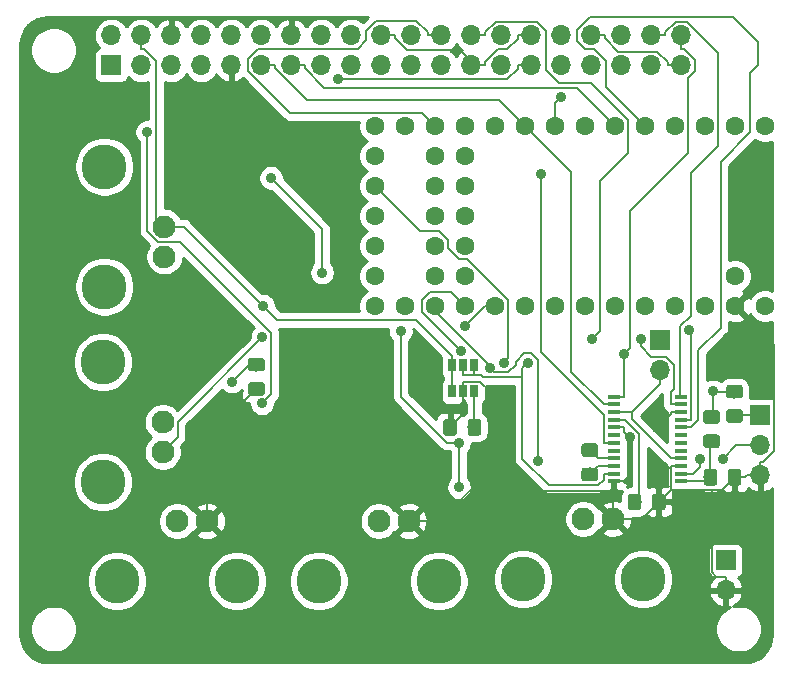
<source format=gbl>
G04 #@! TF.GenerationSoftware,KiCad,Pcbnew,(5.1.4)-1*
G04 #@! TF.CreationDate,2022-07-05T11:37:49+02:00*
G04 #@! TF.ProjectId,InterferometerControl,496e7465-7266-4657-926f-6d6574657243,rev?*
G04 #@! TF.SameCoordinates,Original*
G04 #@! TF.FileFunction,Copper,L2,Bot*
G04 #@! TF.FilePolarity,Positive*
%FSLAX46Y46*%
G04 Gerber Fmt 4.6, Leading zero omitted, Abs format (unit mm)*
G04 Created by KiCad (PCBNEW (5.1.4)-1) date 2022-07-05 11:37:49*
%MOMM*%
%LPD*%
G04 APERTURE LIST*
%ADD10R,1.700000X1.700000*%
%ADD11O,1.700000X1.700000*%
%ADD12C,1.600000*%
%ADD13C,1.930400*%
%ADD14C,3.810000*%
%ADD15C,0.150000*%
%ADD16C,1.150000*%
%ADD17R,0.650000X1.060000*%
%ADD18R,1.100000X0.400000*%
%ADD19C,0.900000*%
%ADD20C,0.200000*%
%ADD21C,0.254000*%
G04 APERTURE END LIST*
D10*
X208370000Y-98770000D03*
D11*
X208370000Y-96230000D03*
X210910000Y-98770000D03*
X210910000Y-96230000D03*
X213450000Y-98770000D03*
X213450000Y-96230000D03*
X215990000Y-98770000D03*
X215990000Y-96230000D03*
X218530000Y-98770000D03*
X218530000Y-96230000D03*
X221070000Y-98770000D03*
X221070000Y-96230000D03*
X223610000Y-98770000D03*
X223610000Y-96230000D03*
X226150000Y-98770000D03*
X226150000Y-96230000D03*
X228690000Y-98770000D03*
X228690000Y-96230000D03*
X231230000Y-98770000D03*
X231230000Y-96230000D03*
X233770000Y-98770000D03*
X233770000Y-96230000D03*
X236310000Y-98770000D03*
X236310000Y-96230000D03*
X238850000Y-98770000D03*
X238850000Y-96230000D03*
X241390000Y-98770000D03*
X241390000Y-96230000D03*
X243930000Y-98770000D03*
X243930000Y-96230000D03*
X246470000Y-98770000D03*
X246470000Y-96230000D03*
X249010000Y-98770000D03*
X249010000Y-96230000D03*
X251550000Y-98770000D03*
X251550000Y-96230000D03*
X254090000Y-98770000D03*
X254090000Y-96230000D03*
X256630000Y-98770000D03*
X256630000Y-96230000D03*
D12*
X230716000Y-111539000D03*
X230716000Y-114079000D03*
X230716000Y-116619000D03*
X230716000Y-119159000D03*
X230716000Y-108999000D03*
X230716000Y-106459000D03*
X230716000Y-103919000D03*
X233256000Y-119159000D03*
X235796000Y-119159000D03*
X238336000Y-119159000D03*
X240876000Y-119159000D03*
X243416000Y-119159000D03*
X245956000Y-119159000D03*
X248496000Y-119159000D03*
X251036000Y-119159000D03*
X253576000Y-119159000D03*
X256116000Y-119159000D03*
X258656000Y-119159000D03*
X261196000Y-119159000D03*
X263736000Y-119159000D03*
X261196000Y-116619000D03*
X233256000Y-103919000D03*
X235796000Y-103919000D03*
X238336000Y-103919000D03*
X240876000Y-103919000D03*
X243416000Y-103919000D03*
X245956000Y-103919000D03*
X248496000Y-103919000D03*
X251036000Y-103919000D03*
X253576000Y-103919000D03*
X256116000Y-103919000D03*
X258656000Y-103919000D03*
X261196000Y-103919000D03*
X263736000Y-103919000D03*
X235796000Y-116619000D03*
X238336000Y-116619000D03*
X235796000Y-114079000D03*
X238336000Y-114079000D03*
X235796000Y-111539000D03*
X238336000Y-111539000D03*
X235796000Y-108999000D03*
X238336000Y-108999000D03*
X235796000Y-106459000D03*
X238336000Y-106459000D03*
D10*
X260411000Y-140678000D03*
D11*
X260411000Y-143218000D03*
D13*
X248339000Y-137183000D03*
D14*
X243259000Y-142263000D03*
X253419000Y-142263000D03*
D13*
X250879000Y-137183000D03*
X231013000Y-137358000D03*
D14*
X225933000Y-142438000D03*
X236093000Y-142438000D03*
D13*
X233553000Y-137358000D03*
X213947000Y-137358000D03*
D14*
X208867000Y-142438000D03*
X219027000Y-142438000D03*
D13*
X216487000Y-137358000D03*
X212728000Y-128976000D03*
D14*
X207648000Y-123896000D03*
X207648000Y-134056000D03*
D13*
X212728000Y-131516000D03*
X212875000Y-112423000D03*
D14*
X207795000Y-107343000D03*
X207795000Y-117503000D03*
D13*
X212875000Y-114963000D03*
D15*
G36*
X239465505Y-128727204D02*
G01*
X239489773Y-128730804D01*
X239513572Y-128736765D01*
X239536671Y-128745030D01*
X239558850Y-128755520D01*
X239579893Y-128768132D01*
X239599599Y-128782747D01*
X239617777Y-128799223D01*
X239634253Y-128817401D01*
X239648868Y-128837107D01*
X239661480Y-128858150D01*
X239671970Y-128880329D01*
X239680235Y-128903428D01*
X239686196Y-128927227D01*
X239689796Y-128951495D01*
X239691000Y-128975999D01*
X239691000Y-129876001D01*
X239689796Y-129900505D01*
X239686196Y-129924773D01*
X239680235Y-129948572D01*
X239671970Y-129971671D01*
X239661480Y-129993850D01*
X239648868Y-130014893D01*
X239634253Y-130034599D01*
X239617777Y-130052777D01*
X239599599Y-130069253D01*
X239579893Y-130083868D01*
X239558850Y-130096480D01*
X239536671Y-130106970D01*
X239513572Y-130115235D01*
X239489773Y-130121196D01*
X239465505Y-130124796D01*
X239441001Y-130126000D01*
X238790999Y-130126000D01*
X238766495Y-130124796D01*
X238742227Y-130121196D01*
X238718428Y-130115235D01*
X238695329Y-130106970D01*
X238673150Y-130096480D01*
X238652107Y-130083868D01*
X238632401Y-130069253D01*
X238614223Y-130052777D01*
X238597747Y-130034599D01*
X238583132Y-130014893D01*
X238570520Y-129993850D01*
X238560030Y-129971671D01*
X238551765Y-129948572D01*
X238545804Y-129924773D01*
X238542204Y-129900505D01*
X238541000Y-129876001D01*
X238541000Y-128975999D01*
X238542204Y-128951495D01*
X238545804Y-128927227D01*
X238551765Y-128903428D01*
X238560030Y-128880329D01*
X238570520Y-128858150D01*
X238583132Y-128837107D01*
X238597747Y-128817401D01*
X238614223Y-128799223D01*
X238632401Y-128782747D01*
X238652107Y-128768132D01*
X238673150Y-128755520D01*
X238695329Y-128745030D01*
X238718428Y-128736765D01*
X238742227Y-128730804D01*
X238766495Y-128727204D01*
X238790999Y-128726000D01*
X239441001Y-128726000D01*
X239465505Y-128727204D01*
X239465505Y-128727204D01*
G37*
D16*
X239116000Y-129426000D03*
D15*
G36*
X237415505Y-128727204D02*
G01*
X237439773Y-128730804D01*
X237463572Y-128736765D01*
X237486671Y-128745030D01*
X237508850Y-128755520D01*
X237529893Y-128768132D01*
X237549599Y-128782747D01*
X237567777Y-128799223D01*
X237584253Y-128817401D01*
X237598868Y-128837107D01*
X237611480Y-128858150D01*
X237621970Y-128880329D01*
X237630235Y-128903428D01*
X237636196Y-128927227D01*
X237639796Y-128951495D01*
X237641000Y-128975999D01*
X237641000Y-129876001D01*
X237639796Y-129900505D01*
X237636196Y-129924773D01*
X237630235Y-129948572D01*
X237621970Y-129971671D01*
X237611480Y-129993850D01*
X237598868Y-130014893D01*
X237584253Y-130034599D01*
X237567777Y-130052777D01*
X237549599Y-130069253D01*
X237529893Y-130083868D01*
X237508850Y-130096480D01*
X237486671Y-130106970D01*
X237463572Y-130115235D01*
X237439773Y-130121196D01*
X237415505Y-130124796D01*
X237391001Y-130126000D01*
X236740999Y-130126000D01*
X236716495Y-130124796D01*
X236692227Y-130121196D01*
X236668428Y-130115235D01*
X236645329Y-130106970D01*
X236623150Y-130096480D01*
X236602107Y-130083868D01*
X236582401Y-130069253D01*
X236564223Y-130052777D01*
X236547747Y-130034599D01*
X236533132Y-130014893D01*
X236520520Y-129993850D01*
X236510030Y-129971671D01*
X236501765Y-129948572D01*
X236495804Y-129924773D01*
X236492204Y-129900505D01*
X236491000Y-129876001D01*
X236491000Y-128975999D01*
X236492204Y-128951495D01*
X236495804Y-128927227D01*
X236501765Y-128903428D01*
X236510030Y-128880329D01*
X236520520Y-128858150D01*
X236533132Y-128837107D01*
X236547747Y-128817401D01*
X236564223Y-128799223D01*
X236582401Y-128782747D01*
X236602107Y-128768132D01*
X236623150Y-128755520D01*
X236645329Y-128745030D01*
X236668428Y-128736765D01*
X236692227Y-128730804D01*
X236716495Y-128727204D01*
X236740999Y-128726000D01*
X237391001Y-128726000D01*
X237415505Y-128727204D01*
X237415505Y-128727204D01*
G37*
D16*
X237066000Y-129426000D03*
D10*
X254854000Y-122050000D03*
D11*
X254854000Y-124590000D03*
D17*
X239116000Y-126378000D03*
X238166000Y-126378000D03*
X237216000Y-126378000D03*
X237216000Y-124178000D03*
X239116000Y-124178000D03*
X238166000Y-124178000D03*
D15*
G36*
X221137505Y-123546204D02*
G01*
X221161773Y-123549804D01*
X221185572Y-123555765D01*
X221208671Y-123564030D01*
X221230850Y-123574520D01*
X221251893Y-123587132D01*
X221271599Y-123601747D01*
X221289777Y-123618223D01*
X221306253Y-123636401D01*
X221320868Y-123656107D01*
X221333480Y-123677150D01*
X221343970Y-123699329D01*
X221352235Y-123722428D01*
X221358196Y-123746227D01*
X221361796Y-123770495D01*
X221363000Y-123794999D01*
X221363000Y-124445001D01*
X221361796Y-124469505D01*
X221358196Y-124493773D01*
X221352235Y-124517572D01*
X221343970Y-124540671D01*
X221333480Y-124562850D01*
X221320868Y-124583893D01*
X221306253Y-124603599D01*
X221289777Y-124621777D01*
X221271599Y-124638253D01*
X221251893Y-124652868D01*
X221230850Y-124665480D01*
X221208671Y-124675970D01*
X221185572Y-124684235D01*
X221161773Y-124690196D01*
X221137505Y-124693796D01*
X221113001Y-124695000D01*
X220212999Y-124695000D01*
X220188495Y-124693796D01*
X220164227Y-124690196D01*
X220140428Y-124684235D01*
X220117329Y-124675970D01*
X220095150Y-124665480D01*
X220074107Y-124652868D01*
X220054401Y-124638253D01*
X220036223Y-124621777D01*
X220019747Y-124603599D01*
X220005132Y-124583893D01*
X219992520Y-124562850D01*
X219982030Y-124540671D01*
X219973765Y-124517572D01*
X219967804Y-124493773D01*
X219964204Y-124469505D01*
X219963000Y-124445001D01*
X219963000Y-123794999D01*
X219964204Y-123770495D01*
X219967804Y-123746227D01*
X219973765Y-123722428D01*
X219982030Y-123699329D01*
X219992520Y-123677150D01*
X220005132Y-123656107D01*
X220019747Y-123636401D01*
X220036223Y-123618223D01*
X220054401Y-123601747D01*
X220074107Y-123587132D01*
X220095150Y-123574520D01*
X220117329Y-123564030D01*
X220140428Y-123555765D01*
X220164227Y-123549804D01*
X220188495Y-123546204D01*
X220212999Y-123545000D01*
X221113001Y-123545000D01*
X221137505Y-123546204D01*
X221137505Y-123546204D01*
G37*
D16*
X220663000Y-124120000D03*
D15*
G36*
X221137505Y-125596204D02*
G01*
X221161773Y-125599804D01*
X221185572Y-125605765D01*
X221208671Y-125614030D01*
X221230850Y-125624520D01*
X221251893Y-125637132D01*
X221271599Y-125651747D01*
X221289777Y-125668223D01*
X221306253Y-125686401D01*
X221320868Y-125706107D01*
X221333480Y-125727150D01*
X221343970Y-125749329D01*
X221352235Y-125772428D01*
X221358196Y-125796227D01*
X221361796Y-125820495D01*
X221363000Y-125844999D01*
X221363000Y-126495001D01*
X221361796Y-126519505D01*
X221358196Y-126543773D01*
X221352235Y-126567572D01*
X221343970Y-126590671D01*
X221333480Y-126612850D01*
X221320868Y-126633893D01*
X221306253Y-126653599D01*
X221289777Y-126671777D01*
X221271599Y-126688253D01*
X221251893Y-126702868D01*
X221230850Y-126715480D01*
X221208671Y-126725970D01*
X221185572Y-126734235D01*
X221161773Y-126740196D01*
X221137505Y-126743796D01*
X221113001Y-126745000D01*
X220212999Y-126745000D01*
X220188495Y-126743796D01*
X220164227Y-126740196D01*
X220140428Y-126734235D01*
X220117329Y-126725970D01*
X220095150Y-126715480D01*
X220074107Y-126702868D01*
X220054401Y-126688253D01*
X220036223Y-126671777D01*
X220019747Y-126653599D01*
X220005132Y-126633893D01*
X219992520Y-126612850D01*
X219982030Y-126590671D01*
X219973765Y-126567572D01*
X219967804Y-126543773D01*
X219964204Y-126519505D01*
X219963000Y-126495001D01*
X219963000Y-125844999D01*
X219964204Y-125820495D01*
X219967804Y-125796227D01*
X219973765Y-125772428D01*
X219982030Y-125749329D01*
X219992520Y-125727150D01*
X220005132Y-125706107D01*
X220019747Y-125686401D01*
X220036223Y-125668223D01*
X220054401Y-125651747D01*
X220074107Y-125637132D01*
X220095150Y-125624520D01*
X220117329Y-125614030D01*
X220140428Y-125605765D01*
X220164227Y-125599804D01*
X220188495Y-125596204D01*
X220212999Y-125595000D01*
X221113001Y-125595000D01*
X221137505Y-125596204D01*
X221137505Y-125596204D01*
G37*
D16*
X220663000Y-126170000D03*
D15*
G36*
X249364505Y-132832204D02*
G01*
X249388773Y-132835804D01*
X249412572Y-132841765D01*
X249435671Y-132850030D01*
X249457850Y-132860520D01*
X249478893Y-132873132D01*
X249498599Y-132887747D01*
X249516777Y-132904223D01*
X249533253Y-132922401D01*
X249547868Y-132942107D01*
X249560480Y-132963150D01*
X249570970Y-132985329D01*
X249579235Y-133008428D01*
X249585196Y-133032227D01*
X249588796Y-133056495D01*
X249590000Y-133080999D01*
X249590000Y-133731001D01*
X249588796Y-133755505D01*
X249585196Y-133779773D01*
X249579235Y-133803572D01*
X249570970Y-133826671D01*
X249560480Y-133848850D01*
X249547868Y-133869893D01*
X249533253Y-133889599D01*
X249516777Y-133907777D01*
X249498599Y-133924253D01*
X249478893Y-133938868D01*
X249457850Y-133951480D01*
X249435671Y-133961970D01*
X249412572Y-133970235D01*
X249388773Y-133976196D01*
X249364505Y-133979796D01*
X249340001Y-133981000D01*
X248439999Y-133981000D01*
X248415495Y-133979796D01*
X248391227Y-133976196D01*
X248367428Y-133970235D01*
X248344329Y-133961970D01*
X248322150Y-133951480D01*
X248301107Y-133938868D01*
X248281401Y-133924253D01*
X248263223Y-133907777D01*
X248246747Y-133889599D01*
X248232132Y-133869893D01*
X248219520Y-133848850D01*
X248209030Y-133826671D01*
X248200765Y-133803572D01*
X248194804Y-133779773D01*
X248191204Y-133755505D01*
X248190000Y-133731001D01*
X248190000Y-133080999D01*
X248191204Y-133056495D01*
X248194804Y-133032227D01*
X248200765Y-133008428D01*
X248209030Y-132985329D01*
X248219520Y-132963150D01*
X248232132Y-132942107D01*
X248246747Y-132922401D01*
X248263223Y-132904223D01*
X248281401Y-132887747D01*
X248301107Y-132873132D01*
X248322150Y-132860520D01*
X248344329Y-132850030D01*
X248367428Y-132841765D01*
X248391227Y-132835804D01*
X248415495Y-132832204D01*
X248439999Y-132831000D01*
X249340001Y-132831000D01*
X249364505Y-132832204D01*
X249364505Y-132832204D01*
G37*
D16*
X248890000Y-133406000D03*
D15*
G36*
X249364505Y-130782204D02*
G01*
X249388773Y-130785804D01*
X249412572Y-130791765D01*
X249435671Y-130800030D01*
X249457850Y-130810520D01*
X249478893Y-130823132D01*
X249498599Y-130837747D01*
X249516777Y-130854223D01*
X249533253Y-130872401D01*
X249547868Y-130892107D01*
X249560480Y-130913150D01*
X249570970Y-130935329D01*
X249579235Y-130958428D01*
X249585196Y-130982227D01*
X249588796Y-131006495D01*
X249590000Y-131030999D01*
X249590000Y-131681001D01*
X249588796Y-131705505D01*
X249585196Y-131729773D01*
X249579235Y-131753572D01*
X249570970Y-131776671D01*
X249560480Y-131798850D01*
X249547868Y-131819893D01*
X249533253Y-131839599D01*
X249516777Y-131857777D01*
X249498599Y-131874253D01*
X249478893Y-131888868D01*
X249457850Y-131901480D01*
X249435671Y-131911970D01*
X249412572Y-131920235D01*
X249388773Y-131926196D01*
X249364505Y-131929796D01*
X249340001Y-131931000D01*
X248439999Y-131931000D01*
X248415495Y-131929796D01*
X248391227Y-131926196D01*
X248367428Y-131920235D01*
X248344329Y-131911970D01*
X248322150Y-131901480D01*
X248301107Y-131888868D01*
X248281401Y-131874253D01*
X248263223Y-131857777D01*
X248246747Y-131839599D01*
X248232132Y-131819893D01*
X248219520Y-131798850D01*
X248209030Y-131776671D01*
X248200765Y-131753572D01*
X248194804Y-131729773D01*
X248191204Y-131705505D01*
X248190000Y-131681001D01*
X248190000Y-131030999D01*
X248191204Y-131006495D01*
X248194804Y-130982227D01*
X248200765Y-130958428D01*
X248209030Y-130935329D01*
X248219520Y-130913150D01*
X248232132Y-130892107D01*
X248246747Y-130872401D01*
X248263223Y-130854223D01*
X248281401Y-130837747D01*
X248301107Y-130823132D01*
X248322150Y-130810520D01*
X248344329Y-130800030D01*
X248367428Y-130791765D01*
X248391227Y-130785804D01*
X248415495Y-130782204D01*
X248439999Y-130781000D01*
X249340001Y-130781000D01*
X249364505Y-130782204D01*
X249364505Y-130782204D01*
G37*
D16*
X248890000Y-131356000D03*
D15*
G36*
X253032505Y-135039204D02*
G01*
X253056773Y-135042804D01*
X253080572Y-135048765D01*
X253103671Y-135057030D01*
X253125850Y-135067520D01*
X253146893Y-135080132D01*
X253166599Y-135094747D01*
X253184777Y-135111223D01*
X253201253Y-135129401D01*
X253215868Y-135149107D01*
X253228480Y-135170150D01*
X253238970Y-135192329D01*
X253247235Y-135215428D01*
X253253196Y-135239227D01*
X253256796Y-135263495D01*
X253258000Y-135287999D01*
X253258000Y-136188001D01*
X253256796Y-136212505D01*
X253253196Y-136236773D01*
X253247235Y-136260572D01*
X253238970Y-136283671D01*
X253228480Y-136305850D01*
X253215868Y-136326893D01*
X253201253Y-136346599D01*
X253184777Y-136364777D01*
X253166599Y-136381253D01*
X253146893Y-136395868D01*
X253125850Y-136408480D01*
X253103671Y-136418970D01*
X253080572Y-136427235D01*
X253056773Y-136433196D01*
X253032505Y-136436796D01*
X253008001Y-136438000D01*
X252357999Y-136438000D01*
X252333495Y-136436796D01*
X252309227Y-136433196D01*
X252285428Y-136427235D01*
X252262329Y-136418970D01*
X252240150Y-136408480D01*
X252219107Y-136395868D01*
X252199401Y-136381253D01*
X252181223Y-136364777D01*
X252164747Y-136346599D01*
X252150132Y-136326893D01*
X252137520Y-136305850D01*
X252127030Y-136283671D01*
X252118765Y-136260572D01*
X252112804Y-136236773D01*
X252109204Y-136212505D01*
X252108000Y-136188001D01*
X252108000Y-135287999D01*
X252109204Y-135263495D01*
X252112804Y-135239227D01*
X252118765Y-135215428D01*
X252127030Y-135192329D01*
X252137520Y-135170150D01*
X252150132Y-135149107D01*
X252164747Y-135129401D01*
X252181223Y-135111223D01*
X252199401Y-135094747D01*
X252219107Y-135080132D01*
X252240150Y-135067520D01*
X252262329Y-135057030D01*
X252285428Y-135048765D01*
X252309227Y-135042804D01*
X252333495Y-135039204D01*
X252357999Y-135038000D01*
X253008001Y-135038000D01*
X253032505Y-135039204D01*
X253032505Y-135039204D01*
G37*
D16*
X252683000Y-135738000D03*
D15*
G36*
X255082505Y-135039204D02*
G01*
X255106773Y-135042804D01*
X255130572Y-135048765D01*
X255153671Y-135057030D01*
X255175850Y-135067520D01*
X255196893Y-135080132D01*
X255216599Y-135094747D01*
X255234777Y-135111223D01*
X255251253Y-135129401D01*
X255265868Y-135149107D01*
X255278480Y-135170150D01*
X255288970Y-135192329D01*
X255297235Y-135215428D01*
X255303196Y-135239227D01*
X255306796Y-135263495D01*
X255308000Y-135287999D01*
X255308000Y-136188001D01*
X255306796Y-136212505D01*
X255303196Y-136236773D01*
X255297235Y-136260572D01*
X255288970Y-136283671D01*
X255278480Y-136305850D01*
X255265868Y-136326893D01*
X255251253Y-136346599D01*
X255234777Y-136364777D01*
X255216599Y-136381253D01*
X255196893Y-136395868D01*
X255175850Y-136408480D01*
X255153671Y-136418970D01*
X255130572Y-136427235D01*
X255106773Y-136433196D01*
X255082505Y-136436796D01*
X255058001Y-136438000D01*
X254407999Y-136438000D01*
X254383495Y-136436796D01*
X254359227Y-136433196D01*
X254335428Y-136427235D01*
X254312329Y-136418970D01*
X254290150Y-136408480D01*
X254269107Y-136395868D01*
X254249401Y-136381253D01*
X254231223Y-136364777D01*
X254214747Y-136346599D01*
X254200132Y-136326893D01*
X254187520Y-136305850D01*
X254177030Y-136283671D01*
X254168765Y-136260572D01*
X254162804Y-136236773D01*
X254159204Y-136212505D01*
X254158000Y-136188001D01*
X254158000Y-135287999D01*
X254159204Y-135263495D01*
X254162804Y-135239227D01*
X254168765Y-135215428D01*
X254177030Y-135192329D01*
X254187520Y-135170150D01*
X254200132Y-135149107D01*
X254214747Y-135129401D01*
X254231223Y-135111223D01*
X254249401Y-135094747D01*
X254269107Y-135080132D01*
X254290150Y-135067520D01*
X254312329Y-135057030D01*
X254335428Y-135048765D01*
X254359227Y-135042804D01*
X254383495Y-135039204D01*
X254407999Y-135038000D01*
X255058001Y-135038000D01*
X255082505Y-135039204D01*
X255082505Y-135039204D01*
G37*
D16*
X254733000Y-135738000D03*
D10*
X263320000Y-128413000D03*
D11*
X263320000Y-130953000D03*
X263320000Y-133493000D03*
D15*
G36*
X259676505Y-127970204D02*
G01*
X259700773Y-127973804D01*
X259724572Y-127979765D01*
X259747671Y-127988030D01*
X259769850Y-127998520D01*
X259790893Y-128011132D01*
X259810599Y-128025747D01*
X259828777Y-128042223D01*
X259845253Y-128060401D01*
X259859868Y-128080107D01*
X259872480Y-128101150D01*
X259882970Y-128123329D01*
X259891235Y-128146428D01*
X259897196Y-128170227D01*
X259900796Y-128194495D01*
X259902000Y-128218999D01*
X259902000Y-128869001D01*
X259900796Y-128893505D01*
X259897196Y-128917773D01*
X259891235Y-128941572D01*
X259882970Y-128964671D01*
X259872480Y-128986850D01*
X259859868Y-129007893D01*
X259845253Y-129027599D01*
X259828777Y-129045777D01*
X259810599Y-129062253D01*
X259790893Y-129076868D01*
X259769850Y-129089480D01*
X259747671Y-129099970D01*
X259724572Y-129108235D01*
X259700773Y-129114196D01*
X259676505Y-129117796D01*
X259652001Y-129119000D01*
X258751999Y-129119000D01*
X258727495Y-129117796D01*
X258703227Y-129114196D01*
X258679428Y-129108235D01*
X258656329Y-129099970D01*
X258634150Y-129089480D01*
X258613107Y-129076868D01*
X258593401Y-129062253D01*
X258575223Y-129045777D01*
X258558747Y-129027599D01*
X258544132Y-129007893D01*
X258531520Y-128986850D01*
X258521030Y-128964671D01*
X258512765Y-128941572D01*
X258506804Y-128917773D01*
X258503204Y-128893505D01*
X258502000Y-128869001D01*
X258502000Y-128218999D01*
X258503204Y-128194495D01*
X258506804Y-128170227D01*
X258512765Y-128146428D01*
X258521030Y-128123329D01*
X258531520Y-128101150D01*
X258544132Y-128080107D01*
X258558747Y-128060401D01*
X258575223Y-128042223D01*
X258593401Y-128025747D01*
X258613107Y-128011132D01*
X258634150Y-127998520D01*
X258656329Y-127988030D01*
X258679428Y-127979765D01*
X258703227Y-127973804D01*
X258727495Y-127970204D01*
X258751999Y-127969000D01*
X259652001Y-127969000D01*
X259676505Y-127970204D01*
X259676505Y-127970204D01*
G37*
D16*
X259202000Y-128544000D03*
D15*
G36*
X259676505Y-130020204D02*
G01*
X259700773Y-130023804D01*
X259724572Y-130029765D01*
X259747671Y-130038030D01*
X259769850Y-130048520D01*
X259790893Y-130061132D01*
X259810599Y-130075747D01*
X259828777Y-130092223D01*
X259845253Y-130110401D01*
X259859868Y-130130107D01*
X259872480Y-130151150D01*
X259882970Y-130173329D01*
X259891235Y-130196428D01*
X259897196Y-130220227D01*
X259900796Y-130244495D01*
X259902000Y-130268999D01*
X259902000Y-130919001D01*
X259900796Y-130943505D01*
X259897196Y-130967773D01*
X259891235Y-130991572D01*
X259882970Y-131014671D01*
X259872480Y-131036850D01*
X259859868Y-131057893D01*
X259845253Y-131077599D01*
X259828777Y-131095777D01*
X259810599Y-131112253D01*
X259790893Y-131126868D01*
X259769850Y-131139480D01*
X259747671Y-131149970D01*
X259724572Y-131158235D01*
X259700773Y-131164196D01*
X259676505Y-131167796D01*
X259652001Y-131169000D01*
X258751999Y-131169000D01*
X258727495Y-131167796D01*
X258703227Y-131164196D01*
X258679428Y-131158235D01*
X258656329Y-131149970D01*
X258634150Y-131139480D01*
X258613107Y-131126868D01*
X258593401Y-131112253D01*
X258575223Y-131095777D01*
X258558747Y-131077599D01*
X258544132Y-131057893D01*
X258531520Y-131036850D01*
X258521030Y-131014671D01*
X258512765Y-130991572D01*
X258506804Y-130967773D01*
X258503204Y-130943505D01*
X258502000Y-130919001D01*
X258502000Y-130268999D01*
X258503204Y-130244495D01*
X258506804Y-130220227D01*
X258512765Y-130196428D01*
X258521030Y-130173329D01*
X258531520Y-130151150D01*
X258544132Y-130130107D01*
X258558747Y-130110401D01*
X258575223Y-130092223D01*
X258593401Y-130075747D01*
X258613107Y-130061132D01*
X258634150Y-130048520D01*
X258656329Y-130038030D01*
X258679428Y-130029765D01*
X258703227Y-130023804D01*
X258727495Y-130020204D01*
X258751999Y-130019000D01*
X259652001Y-130019000D01*
X259676505Y-130020204D01*
X259676505Y-130020204D01*
G37*
D16*
X259202000Y-130594000D03*
D15*
G36*
X259457505Y-132956204D02*
G01*
X259481773Y-132959804D01*
X259505572Y-132965765D01*
X259528671Y-132974030D01*
X259550850Y-132984520D01*
X259571893Y-132997132D01*
X259591599Y-133011747D01*
X259609777Y-133028223D01*
X259626253Y-133046401D01*
X259640868Y-133066107D01*
X259653480Y-133087150D01*
X259663970Y-133109329D01*
X259672235Y-133132428D01*
X259678196Y-133156227D01*
X259681796Y-133180495D01*
X259683000Y-133204999D01*
X259683000Y-134105001D01*
X259681796Y-134129505D01*
X259678196Y-134153773D01*
X259672235Y-134177572D01*
X259663970Y-134200671D01*
X259653480Y-134222850D01*
X259640868Y-134243893D01*
X259626253Y-134263599D01*
X259609777Y-134281777D01*
X259591599Y-134298253D01*
X259571893Y-134312868D01*
X259550850Y-134325480D01*
X259528671Y-134335970D01*
X259505572Y-134344235D01*
X259481773Y-134350196D01*
X259457505Y-134353796D01*
X259433001Y-134355000D01*
X258782999Y-134355000D01*
X258758495Y-134353796D01*
X258734227Y-134350196D01*
X258710428Y-134344235D01*
X258687329Y-134335970D01*
X258665150Y-134325480D01*
X258644107Y-134312868D01*
X258624401Y-134298253D01*
X258606223Y-134281777D01*
X258589747Y-134263599D01*
X258575132Y-134243893D01*
X258562520Y-134222850D01*
X258552030Y-134200671D01*
X258543765Y-134177572D01*
X258537804Y-134153773D01*
X258534204Y-134129505D01*
X258533000Y-134105001D01*
X258533000Y-133204999D01*
X258534204Y-133180495D01*
X258537804Y-133156227D01*
X258543765Y-133132428D01*
X258552030Y-133109329D01*
X258562520Y-133087150D01*
X258575132Y-133066107D01*
X258589747Y-133046401D01*
X258606223Y-133028223D01*
X258624401Y-133011747D01*
X258644107Y-132997132D01*
X258665150Y-132984520D01*
X258687329Y-132974030D01*
X258710428Y-132965765D01*
X258734227Y-132959804D01*
X258758495Y-132956204D01*
X258782999Y-132955000D01*
X259433001Y-132955000D01*
X259457505Y-132956204D01*
X259457505Y-132956204D01*
G37*
D16*
X259108000Y-133655000D03*
D15*
G36*
X261507505Y-132956204D02*
G01*
X261531773Y-132959804D01*
X261555572Y-132965765D01*
X261578671Y-132974030D01*
X261600850Y-132984520D01*
X261621893Y-132997132D01*
X261641599Y-133011747D01*
X261659777Y-133028223D01*
X261676253Y-133046401D01*
X261690868Y-133066107D01*
X261703480Y-133087150D01*
X261713970Y-133109329D01*
X261722235Y-133132428D01*
X261728196Y-133156227D01*
X261731796Y-133180495D01*
X261733000Y-133204999D01*
X261733000Y-134105001D01*
X261731796Y-134129505D01*
X261728196Y-134153773D01*
X261722235Y-134177572D01*
X261713970Y-134200671D01*
X261703480Y-134222850D01*
X261690868Y-134243893D01*
X261676253Y-134263599D01*
X261659777Y-134281777D01*
X261641599Y-134298253D01*
X261621893Y-134312868D01*
X261600850Y-134325480D01*
X261578671Y-134335970D01*
X261555572Y-134344235D01*
X261531773Y-134350196D01*
X261507505Y-134353796D01*
X261483001Y-134355000D01*
X260832999Y-134355000D01*
X260808495Y-134353796D01*
X260784227Y-134350196D01*
X260760428Y-134344235D01*
X260737329Y-134335970D01*
X260715150Y-134325480D01*
X260694107Y-134312868D01*
X260674401Y-134298253D01*
X260656223Y-134281777D01*
X260639747Y-134263599D01*
X260625132Y-134243893D01*
X260612520Y-134222850D01*
X260602030Y-134200671D01*
X260593765Y-134177572D01*
X260587804Y-134153773D01*
X260584204Y-134129505D01*
X260583000Y-134105001D01*
X260583000Y-133204999D01*
X260584204Y-133180495D01*
X260587804Y-133156227D01*
X260593765Y-133132428D01*
X260602030Y-133109329D01*
X260612520Y-133087150D01*
X260625132Y-133066107D01*
X260639747Y-133046401D01*
X260656223Y-133028223D01*
X260674401Y-133011747D01*
X260694107Y-132997132D01*
X260715150Y-132984520D01*
X260737329Y-132974030D01*
X260760428Y-132965765D01*
X260784227Y-132959804D01*
X260808495Y-132956204D01*
X260832999Y-132955000D01*
X261483001Y-132955000D01*
X261507505Y-132956204D01*
X261507505Y-132956204D01*
G37*
D16*
X261158000Y-133655000D03*
D15*
G36*
X261614505Y-127874204D02*
G01*
X261638773Y-127877804D01*
X261662572Y-127883765D01*
X261685671Y-127892030D01*
X261707850Y-127902520D01*
X261728893Y-127915132D01*
X261748599Y-127929747D01*
X261766777Y-127946223D01*
X261783253Y-127964401D01*
X261797868Y-127984107D01*
X261810480Y-128005150D01*
X261820970Y-128027329D01*
X261829235Y-128050428D01*
X261835196Y-128074227D01*
X261838796Y-128098495D01*
X261840000Y-128122999D01*
X261840000Y-128773001D01*
X261838796Y-128797505D01*
X261835196Y-128821773D01*
X261829235Y-128845572D01*
X261820970Y-128868671D01*
X261810480Y-128890850D01*
X261797868Y-128911893D01*
X261783253Y-128931599D01*
X261766777Y-128949777D01*
X261748599Y-128966253D01*
X261728893Y-128980868D01*
X261707850Y-128993480D01*
X261685671Y-129003970D01*
X261662572Y-129012235D01*
X261638773Y-129018196D01*
X261614505Y-129021796D01*
X261590001Y-129023000D01*
X260689999Y-129023000D01*
X260665495Y-129021796D01*
X260641227Y-129018196D01*
X260617428Y-129012235D01*
X260594329Y-129003970D01*
X260572150Y-128993480D01*
X260551107Y-128980868D01*
X260531401Y-128966253D01*
X260513223Y-128949777D01*
X260496747Y-128931599D01*
X260482132Y-128911893D01*
X260469520Y-128890850D01*
X260459030Y-128868671D01*
X260450765Y-128845572D01*
X260444804Y-128821773D01*
X260441204Y-128797505D01*
X260440000Y-128773001D01*
X260440000Y-128122999D01*
X260441204Y-128098495D01*
X260444804Y-128074227D01*
X260450765Y-128050428D01*
X260459030Y-128027329D01*
X260469520Y-128005150D01*
X260482132Y-127984107D01*
X260496747Y-127964401D01*
X260513223Y-127946223D01*
X260531401Y-127929747D01*
X260551107Y-127915132D01*
X260572150Y-127902520D01*
X260594329Y-127892030D01*
X260617428Y-127883765D01*
X260641227Y-127877804D01*
X260665495Y-127874204D01*
X260689999Y-127873000D01*
X261590001Y-127873000D01*
X261614505Y-127874204D01*
X261614505Y-127874204D01*
G37*
D16*
X261140000Y-128448000D03*
D15*
G36*
X261614505Y-125824204D02*
G01*
X261638773Y-125827804D01*
X261662572Y-125833765D01*
X261685671Y-125842030D01*
X261707850Y-125852520D01*
X261728893Y-125865132D01*
X261748599Y-125879747D01*
X261766777Y-125896223D01*
X261783253Y-125914401D01*
X261797868Y-125934107D01*
X261810480Y-125955150D01*
X261820970Y-125977329D01*
X261829235Y-126000428D01*
X261835196Y-126024227D01*
X261838796Y-126048495D01*
X261840000Y-126072999D01*
X261840000Y-126723001D01*
X261838796Y-126747505D01*
X261835196Y-126771773D01*
X261829235Y-126795572D01*
X261820970Y-126818671D01*
X261810480Y-126840850D01*
X261797868Y-126861893D01*
X261783253Y-126881599D01*
X261766777Y-126899777D01*
X261748599Y-126916253D01*
X261728893Y-126930868D01*
X261707850Y-126943480D01*
X261685671Y-126953970D01*
X261662572Y-126962235D01*
X261638773Y-126968196D01*
X261614505Y-126971796D01*
X261590001Y-126973000D01*
X260689999Y-126973000D01*
X260665495Y-126971796D01*
X260641227Y-126968196D01*
X260617428Y-126962235D01*
X260594329Y-126953970D01*
X260572150Y-126943480D01*
X260551107Y-126930868D01*
X260531401Y-126916253D01*
X260513223Y-126899777D01*
X260496747Y-126881599D01*
X260482132Y-126861893D01*
X260469520Y-126840850D01*
X260459030Y-126818671D01*
X260450765Y-126795572D01*
X260444804Y-126771773D01*
X260441204Y-126747505D01*
X260440000Y-126723001D01*
X260440000Y-126072999D01*
X260441204Y-126048495D01*
X260444804Y-126024227D01*
X260450765Y-126000428D01*
X260459030Y-125977329D01*
X260469520Y-125955150D01*
X260482132Y-125934107D01*
X260496747Y-125914401D01*
X260513223Y-125896223D01*
X260531401Y-125879747D01*
X260551107Y-125865132D01*
X260572150Y-125852520D01*
X260594329Y-125842030D01*
X260617428Y-125833765D01*
X260641227Y-125827804D01*
X260665495Y-125824204D01*
X260689999Y-125823000D01*
X261590001Y-125823000D01*
X261614505Y-125824204D01*
X261614505Y-125824204D01*
G37*
D16*
X261140000Y-126398000D03*
D18*
X256617000Y-126834000D03*
X256617000Y-127484000D03*
X256617000Y-128134000D03*
X256617000Y-128784000D03*
X256617000Y-129434000D03*
X256617000Y-130084000D03*
X256617000Y-130734000D03*
X256617000Y-131384000D03*
X256617000Y-132034000D03*
X256617000Y-132684000D03*
X256617000Y-133334000D03*
X256617000Y-133984000D03*
X250917000Y-133984000D03*
X250917000Y-133334000D03*
X250917000Y-132684000D03*
X250917000Y-132034000D03*
X250917000Y-131384000D03*
X250917000Y-130734000D03*
X250917000Y-130084000D03*
X250917000Y-129434000D03*
X250917000Y-128784000D03*
X250917000Y-128134000D03*
X250917000Y-127484000D03*
X250917000Y-126834000D03*
D19*
X241593400Y-124003500D03*
X221210100Y-119108600D03*
X254597700Y-129467500D03*
X252310000Y-130279000D03*
X227575000Y-99910000D03*
X244755100Y-107978700D03*
X246470000Y-101438400D03*
X257282800Y-121192600D03*
X249068400Y-121936000D03*
X253205000Y-121901400D03*
X251767300Y-123238800D03*
X232884300Y-121286300D03*
X237832200Y-134502000D03*
X237832200Y-130725800D03*
X244472700Y-132257400D03*
X240422600Y-124385600D03*
X237981300Y-122978600D03*
X238314700Y-120860400D03*
X226231800Y-116323700D03*
X221893700Y-108294300D03*
X243618800Y-123962000D03*
X259312600Y-126384400D03*
X218614400Y-125554800D03*
X221177500Y-121778600D03*
X260172600Y-132065060D03*
X258249820Y-132115860D03*
X211419400Y-104412900D03*
X221136400Y-127403800D03*
D20*
X230716000Y-108999000D02*
X234526000Y-112809000D01*
X234526000Y-112809000D02*
X236119800Y-112809000D01*
X236119800Y-112809000D02*
X236896400Y-113585600D01*
X236896400Y-113585600D02*
X236896400Y-114233200D01*
X236896400Y-114233200D02*
X237842600Y-115179400D01*
X237842600Y-115179400D02*
X238516500Y-115179400D01*
X238516500Y-115179400D02*
X242007800Y-118670700D01*
X242007800Y-118670700D02*
X242007800Y-123589100D01*
X242007800Y-123589100D02*
X241593400Y-124003500D01*
X252460300Y-128134000D02*
X252460300Y-128727600D01*
X252460300Y-128727600D02*
X255766700Y-132034000D01*
X256617000Y-132034000D02*
X255766700Y-132034000D01*
X252460300Y-128134000D02*
X251767300Y-128134000D01*
X254854000Y-125740300D02*
X252460300Y-128134000D01*
X254854000Y-124590000D02*
X254854000Y-125740300D01*
X250917000Y-128134000D02*
X251767300Y-128134000D01*
X237216000Y-123347700D02*
X234212900Y-120344600D01*
X234212900Y-120344600D02*
X222446100Y-120344600D01*
X222446100Y-120344600D02*
X221210100Y-119108600D01*
X212875000Y-112423000D02*
X214524500Y-112423000D01*
X214524500Y-112423000D02*
X221210100Y-119108600D01*
X212875000Y-112423000D02*
X212180000Y-111728000D01*
X212180000Y-111728000D02*
X212180000Y-98412000D01*
X212180000Y-98412000D02*
X211148300Y-97380300D01*
X211148300Y-97380300D02*
X210910000Y-97380300D01*
X210910000Y-96230000D02*
X210910000Y-97380300D01*
X237216000Y-124178000D02*
X237216000Y-123347700D01*
X237216000Y-124178000D02*
X237216000Y-126378000D01*
X249010000Y-96230000D02*
X250160300Y-96230000D01*
X256630000Y-98770000D02*
X255479700Y-98770000D01*
X255479700Y-98770000D02*
X255479700Y-98482300D01*
X255479700Y-98482300D02*
X254617100Y-97619700D01*
X254617100Y-97619700D02*
X251311600Y-97619700D01*
X251311600Y-97619700D02*
X250160300Y-96468400D01*
X250160300Y-96468400D02*
X250160300Y-96230000D01*
X250879000Y-134776200D02*
X250879000Y-137183000D01*
X251242100Y-133984000D02*
X250879000Y-134347100D01*
X250879000Y-134347100D02*
X250879000Y-134776200D01*
X250879000Y-134776200D02*
X242101500Y-134776200D01*
X242101500Y-134776200D02*
X240405200Y-133079900D01*
X240405200Y-133079900D02*
X236127100Y-137358000D01*
X236127100Y-137358000D02*
X233553000Y-137358000D01*
X238166000Y-125547700D02*
X239609800Y-125547700D01*
X239609800Y-125547700D02*
X240405200Y-126343100D01*
X240405200Y-126343100D02*
X240405200Y-133079900D01*
X251242100Y-133984000D02*
X251767300Y-133984000D01*
X250917000Y-133984000D02*
X251242100Y-133984000D01*
X252238900Y-130279000D02*
X252238900Y-133512400D01*
X252238900Y-133512400D02*
X251767300Y-133984000D01*
X252238900Y-130279000D02*
X252310000Y-130279000D01*
X251767300Y-129434000D02*
X251767300Y-129807400D01*
X251767300Y-129807400D02*
X252238900Y-130279000D01*
X255766700Y-134712000D02*
X259225600Y-134712000D01*
X254733000Y-135738000D02*
X255759000Y-134712000D01*
X255759000Y-134712000D02*
X255766700Y-134712000D01*
X255766700Y-134712000D02*
X255766700Y-132684000D01*
X259225600Y-134712000D02*
X260101000Y-134712000D01*
X260101000Y-134712000D02*
X261158000Y-133655000D01*
X260411000Y-142067700D02*
X259597500Y-142067700D01*
X259597500Y-142067700D02*
X259225600Y-141695800D01*
X259225600Y-141695800D02*
X259225600Y-134712000D01*
X250879000Y-137183000D02*
X253288000Y-137183000D01*
X253288000Y-137183000D02*
X254733000Y-135738000D01*
X256617000Y-132684000D02*
X255766700Y-132684000D01*
X238166000Y-126378000D02*
X238166000Y-125547700D01*
X260411000Y-143218000D02*
X260411000Y-142067700D01*
X261158000Y-133655000D02*
X262007700Y-133655000D01*
X262007700Y-133655000D02*
X262169700Y-133493000D01*
X263320000Y-133493000D02*
X262169700Y-133493000D01*
X256617000Y-128134000D02*
X255766700Y-128134000D01*
X254597700Y-129467500D02*
X255766700Y-128298500D01*
X255766700Y-128298500D02*
X255766700Y-128134000D01*
X263320000Y-133493000D02*
X263320000Y-132342700D01*
X261196000Y-119159000D02*
X264494200Y-122457200D01*
X264494200Y-122457200D02*
X264494200Y-131406800D01*
X264494200Y-131406800D02*
X263558300Y-132342700D01*
X263558300Y-132342700D02*
X263320000Y-132342700D01*
X237066000Y-129426000D02*
X238166000Y-128326000D01*
X238166000Y-128326000D02*
X238166000Y-126378000D01*
X231230000Y-96230000D02*
X232380300Y-96230000D01*
X239151400Y-98770000D02*
X237881400Y-97500000D01*
X237881400Y-97500000D02*
X233411900Y-97500000D01*
X233411900Y-97500000D02*
X232380300Y-96468400D01*
X232380300Y-96468400D02*
X232380300Y-96230000D01*
X239425200Y-98770000D02*
X240000300Y-98770000D01*
X238850000Y-98770000D02*
X239151400Y-98770000D01*
X239425200Y-98770000D02*
X239151400Y-98770000D01*
X243930000Y-96230000D02*
X242779700Y-96230000D01*
X242779700Y-96230000D02*
X242779700Y-96517700D01*
X242779700Y-96517700D02*
X241917100Y-97380300D01*
X241917100Y-97380300D02*
X241151600Y-97380300D01*
X241151600Y-97380300D02*
X240000300Y-98531600D01*
X240000300Y-98531600D02*
X240000300Y-98770000D01*
X216487000Y-137358000D02*
X216487000Y-130346000D01*
X216487000Y-130346000D02*
X220663000Y-126170000D01*
X250917000Y-129434000D02*
X251767300Y-129434000D01*
X242779700Y-98770000D02*
X242779700Y-99057600D01*
X242779700Y-99057600D02*
X241916900Y-99920400D01*
X241916900Y-99920400D02*
X227585400Y-99920400D01*
X227585400Y-99920400D02*
X227575000Y-99910000D01*
X243930000Y-98770000D02*
X242779700Y-98770000D01*
X245956000Y-103919000D02*
X245956000Y-101952400D01*
X245956000Y-101952400D02*
X246470000Y-101438400D01*
X250917000Y-130734000D02*
X250066700Y-130734000D01*
X250066700Y-130734000D02*
X250066700Y-128384300D01*
X250066700Y-128384300D02*
X244755100Y-123072700D01*
X244755100Y-123072700D02*
X244755100Y-107978700D01*
X243416000Y-103919000D02*
X241212300Y-101715300D01*
X241212300Y-101715300D02*
X224927200Y-101715300D01*
X224927200Y-101715300D02*
X222220300Y-99008400D01*
X222220300Y-99008400D02*
X222220300Y-98770000D01*
X250066700Y-127484000D02*
X247316200Y-124733500D01*
X247316200Y-124733500D02*
X247316200Y-107819200D01*
X247316200Y-107819200D02*
X243416000Y-103919000D01*
X221070000Y-98770000D02*
X222220300Y-98770000D01*
X250917000Y-127484000D02*
X250066700Y-127484000D01*
X256617000Y-128784000D02*
X257467300Y-128784000D01*
X257467300Y-128784000D02*
X257467300Y-121377100D01*
X257467300Y-121377100D02*
X257282800Y-121192600D01*
X224760300Y-98770000D02*
X224760300Y-99008400D01*
X224760300Y-99008400D02*
X226412200Y-100660300D01*
X226412200Y-100660300D02*
X247777300Y-100660300D01*
X247777300Y-100660300D02*
X251036000Y-103919000D01*
X223610000Y-98770000D02*
X224760300Y-98770000D01*
X256617000Y-129434000D02*
X257467300Y-129434000D01*
X257467300Y-129434000D02*
X258073400Y-128827900D01*
X258073400Y-128827900D02*
X258073400Y-122894500D01*
X258073400Y-122894500D02*
X259965400Y-121002500D01*
X259965400Y-121002500D02*
X259965400Y-106949800D01*
X259965400Y-106949800D02*
X262466000Y-104449200D01*
X262466000Y-104449200D02*
X262466000Y-99434200D01*
X262466000Y-99434200D02*
X263175700Y-98724500D01*
X263175700Y-98724500D02*
X263175700Y-96821900D01*
X263175700Y-96821900D02*
X261026700Y-94672900D01*
X261026700Y-94672900D02*
X248909100Y-94672900D01*
X248909100Y-94672900D02*
X247836100Y-95745900D01*
X247836100Y-95745900D02*
X247836100Y-96707400D01*
X247836100Y-96707400D02*
X248509100Y-97380400D01*
X248509100Y-97380400D02*
X249284600Y-97380400D01*
X249284600Y-97380400D02*
X250280000Y-98375800D01*
X250280000Y-98375800D02*
X250280000Y-100623000D01*
X250280000Y-100623000D02*
X253576000Y-103919000D01*
X236310000Y-96230000D02*
X235159700Y-96230000D01*
X235796000Y-103919000D02*
X234695600Y-102818600D01*
X234695600Y-102818600D02*
X223490700Y-102818600D01*
X223490700Y-102818600D02*
X219919600Y-99247500D01*
X219919600Y-99247500D02*
X219919600Y-98264500D01*
X219919600Y-98264500D02*
X220803700Y-97380400D01*
X220803700Y-97380400D02*
X229228100Y-97380400D01*
X229228100Y-97380400D02*
X229960000Y-96648500D01*
X229960000Y-96648500D02*
X229960000Y-95864000D01*
X229960000Y-95864000D02*
X230779200Y-95044800D01*
X230779200Y-95044800D02*
X234212800Y-95044800D01*
X234212800Y-95044800D02*
X235159700Y-95991700D01*
X235159700Y-95991700D02*
X235159700Y-96230000D01*
X240000300Y-96230000D02*
X240000300Y-95991600D01*
X240000300Y-95991600D02*
X240913700Y-95078200D01*
X240913700Y-95078200D02*
X244405200Y-95078200D01*
X244405200Y-95078200D02*
X245200000Y-95873000D01*
X245200000Y-95873000D02*
X245200000Y-99138900D01*
X245200000Y-99138900D02*
X246292900Y-100231800D01*
X246292900Y-100231800D02*
X248952900Y-100231800D01*
X248952900Y-100231800D02*
X252154100Y-103433000D01*
X252154100Y-103433000D02*
X252154100Y-106220000D01*
X252154100Y-106220000D02*
X249766000Y-108608100D01*
X249766000Y-108608100D02*
X249766000Y-121238400D01*
X249766000Y-121238400D02*
X249068400Y-121936000D01*
X238850000Y-96230000D02*
X240000300Y-96230000D01*
X256617000Y-127484000D02*
X255766700Y-127484000D01*
X255766700Y-127484000D02*
X255766700Y-126429400D01*
X255766700Y-126429400D02*
X256033400Y-126162700D01*
X256033400Y-126162700D02*
X256033400Y-124139500D01*
X256033400Y-124139500D02*
X255333500Y-123439600D01*
X255333500Y-123439600D02*
X254093400Y-123439600D01*
X254093400Y-123439600D02*
X253205000Y-122551200D01*
X253205000Y-122551200D02*
X253205000Y-121901400D01*
X255240300Y-96230000D02*
X255240300Y-95991600D01*
X255240300Y-95991600D02*
X256158600Y-95073300D01*
X256158600Y-95073300D02*
X257122400Y-95073300D01*
X257122400Y-95073300D02*
X259765300Y-97716200D01*
X259765300Y-97716200D02*
X259765300Y-105588200D01*
X259765300Y-105588200D02*
X257444500Y-107909000D01*
X257444500Y-107909000D02*
X257444500Y-119969900D01*
X257444500Y-119969900D02*
X256532500Y-120881900D01*
X256532500Y-120881900D02*
X256532500Y-126749500D01*
X256532500Y-126749500D02*
X256617000Y-126834000D01*
X254090000Y-96230000D02*
X255240300Y-96230000D01*
X251767300Y-123238800D02*
X252306000Y-122700100D01*
X252306000Y-122700100D02*
X252306000Y-111148300D01*
X252306000Y-111148300D02*
X257244400Y-106209900D01*
X257244400Y-106209900D02*
X257244400Y-99857300D01*
X257244400Y-99857300D02*
X257825800Y-99275900D01*
X257825800Y-99275900D02*
X257825800Y-98337800D01*
X257825800Y-98337800D02*
X256868300Y-97380300D01*
X256868300Y-97380300D02*
X256630000Y-97380300D01*
X251767300Y-126834000D02*
X251767300Y-123238800D01*
X256630000Y-96230000D02*
X256630000Y-97380300D01*
X250917000Y-126834000D02*
X251767300Y-126834000D01*
X237832200Y-130725800D02*
X237832200Y-134502000D01*
X237832200Y-130725800D02*
X236786900Y-130725800D01*
X236786900Y-130725800D02*
X232884300Y-126823200D01*
X232884300Y-126823200D02*
X232884300Y-121286300D01*
X240422600Y-124385600D02*
X240790900Y-124753900D01*
X240790900Y-124753900D02*
X241985300Y-124753900D01*
X241985300Y-124753900D02*
X242620600Y-124118600D01*
X242620600Y-124118600D02*
X242620600Y-123860000D01*
X242620600Y-123860000D02*
X243325300Y-123155300D01*
X243325300Y-123155300D02*
X243896800Y-123155300D01*
X243896800Y-123155300D02*
X244472700Y-123731200D01*
X244472700Y-123731200D02*
X244472700Y-132257400D01*
X235796000Y-119159000D02*
X235796000Y-119578300D01*
X235796000Y-119578300D02*
X240422600Y-124204900D01*
X240422600Y-124204900D02*
X240422600Y-124385600D01*
X238336000Y-119159000D02*
X237162900Y-117985900D01*
X237162900Y-117985900D02*
X235373900Y-117985900D01*
X235373900Y-117985900D02*
X234695600Y-118664200D01*
X234695600Y-118664200D02*
X234695600Y-119692900D01*
X234695600Y-119692900D02*
X237981300Y-122978600D01*
X240876000Y-119159000D02*
X240016100Y-119159000D01*
X240016100Y-119159000D02*
X238314700Y-120860400D01*
X226231800Y-116323700D02*
X226231800Y-112632400D01*
X226231800Y-112632400D02*
X221893700Y-108294300D01*
X239116000Y-126378000D02*
X239116000Y-129426000D01*
X243180600Y-125166700D02*
X243180600Y-124400200D01*
X243180600Y-124400200D02*
X243618800Y-123962000D01*
X250066700Y-133334000D02*
X250066700Y-133865000D01*
X250066700Y-133865000D02*
X249593800Y-134337900D01*
X249593800Y-134337900D02*
X245415200Y-134337900D01*
X245415200Y-134337900D02*
X243180600Y-132103300D01*
X243180600Y-132103300D02*
X243180600Y-125166700D01*
X243180600Y-125166700D02*
X239869700Y-125166700D01*
X239869700Y-125166700D02*
X239682100Y-124979100D01*
X239682100Y-124979100D02*
X239116000Y-124979100D01*
X250917000Y-133334000D02*
X250066700Y-133334000D01*
X239116000Y-124979100D02*
X239116000Y-125008300D01*
X239116000Y-124178000D02*
X239116000Y-124979100D01*
X259312600Y-126398000D02*
X259312600Y-128433400D01*
X259312600Y-128433400D02*
X259202000Y-128544000D01*
X259312600Y-126384400D02*
X259312600Y-126398000D01*
X259312600Y-126398000D02*
X261140000Y-126398000D01*
X238166000Y-124178000D02*
X238166000Y-125008300D01*
X238166000Y-125008300D02*
X239116000Y-125008300D01*
X220663000Y-124120000D02*
X220049200Y-124120000D01*
X220049200Y-124120000D02*
X218614400Y-125554800D01*
X250917000Y-132684000D02*
X249612000Y-132684000D01*
X249612000Y-132684000D02*
X248890000Y-133406000D01*
X250917000Y-132034000D02*
X249568000Y-132034000D01*
X249568000Y-132034000D02*
X248890000Y-131356000D01*
X250917000Y-128784000D02*
X251878900Y-128784000D01*
X251878900Y-128784000D02*
X253094100Y-129999200D01*
X253094100Y-129999200D02*
X253094100Y-135326900D01*
X253094100Y-135326900D02*
X252683000Y-135738000D01*
X212728000Y-131516000D02*
X214002400Y-130241600D01*
X214002400Y-130241600D02*
X214002400Y-128953700D01*
X214002400Y-128953700D02*
X221177500Y-121778600D01*
X263320000Y-128413000D02*
X261175000Y-128413000D01*
X261175000Y-128413000D02*
X261140000Y-128448000D01*
X263320000Y-130953000D02*
X262169700Y-130953000D01*
X256617000Y-133334000D02*
X257467300Y-133334000D01*
X263320000Y-130953000D02*
X261284660Y-130953000D01*
X261284660Y-130953000D02*
X260172600Y-132065060D01*
X257367000Y-133334000D02*
X256617000Y-133334000D01*
X257668076Y-133334000D02*
X257367000Y-133334000D01*
X258249820Y-132752256D02*
X257668076Y-133334000D01*
X258249820Y-132115860D02*
X258249820Y-132752256D01*
X256617000Y-133984000D02*
X258779000Y-133984000D01*
X258779000Y-133984000D02*
X259108000Y-133655000D01*
X259108000Y-133655000D02*
X259108000Y-130688000D01*
X259108000Y-130688000D02*
X259202000Y-130594000D01*
X221136400Y-127403800D02*
X221927800Y-126612400D01*
X221927800Y-126612400D02*
X221927800Y-121467800D01*
X221927800Y-121467800D02*
X214157400Y-113697400D01*
X214157400Y-113697400D02*
X212348400Y-113697400D01*
X212348400Y-113697400D02*
X211419400Y-112768400D01*
X211419400Y-112768400D02*
X211419400Y-104412900D01*
D21*
G36*
X229670741Y-95113813D02*
G01*
X229519014Y-94989294D01*
X229261034Y-94851401D01*
X228981111Y-94766487D01*
X228762950Y-94745000D01*
X228617050Y-94745000D01*
X228398889Y-94766487D01*
X228118966Y-94851401D01*
X227860986Y-94989294D01*
X227634866Y-95174866D01*
X227449294Y-95400986D01*
X227420000Y-95455791D01*
X227390706Y-95400986D01*
X227205134Y-95174866D01*
X226979014Y-94989294D01*
X226721034Y-94851401D01*
X226441111Y-94766487D01*
X226222950Y-94745000D01*
X226077050Y-94745000D01*
X225858889Y-94766487D01*
X225578966Y-94851401D01*
X225320986Y-94989294D01*
X225094866Y-95174866D01*
X224909294Y-95400986D01*
X224874799Y-95465523D01*
X224805178Y-95348645D01*
X224610269Y-95132412D01*
X224376920Y-94958359D01*
X224114099Y-94833175D01*
X223966890Y-94788524D01*
X223737000Y-94909845D01*
X223737000Y-96103000D01*
X223757000Y-96103000D01*
X223757000Y-96357000D01*
X223737000Y-96357000D01*
X223737000Y-96377000D01*
X223483000Y-96377000D01*
X223483000Y-96357000D01*
X223463000Y-96357000D01*
X223463000Y-96103000D01*
X223483000Y-96103000D01*
X223483000Y-94909845D01*
X223253110Y-94788524D01*
X223105901Y-94833175D01*
X222843080Y-94958359D01*
X222609731Y-95132412D01*
X222414822Y-95348645D01*
X222345201Y-95465523D01*
X222310706Y-95400986D01*
X222125134Y-95174866D01*
X221899014Y-94989294D01*
X221641034Y-94851401D01*
X221361111Y-94766487D01*
X221142950Y-94745000D01*
X220997050Y-94745000D01*
X220778889Y-94766487D01*
X220498966Y-94851401D01*
X220240986Y-94989294D01*
X220014866Y-95174866D01*
X219829294Y-95400986D01*
X219800000Y-95455791D01*
X219770706Y-95400986D01*
X219585134Y-95174866D01*
X219359014Y-94989294D01*
X219101034Y-94851401D01*
X218821111Y-94766487D01*
X218602950Y-94745000D01*
X218457050Y-94745000D01*
X218238889Y-94766487D01*
X217958966Y-94851401D01*
X217700986Y-94989294D01*
X217474866Y-95174866D01*
X217289294Y-95400986D01*
X217260000Y-95455791D01*
X217230706Y-95400986D01*
X217045134Y-95174866D01*
X216819014Y-94989294D01*
X216561034Y-94851401D01*
X216281111Y-94766487D01*
X216062950Y-94745000D01*
X215917050Y-94745000D01*
X215698889Y-94766487D01*
X215418966Y-94851401D01*
X215160986Y-94989294D01*
X214934866Y-95174866D01*
X214749294Y-95400986D01*
X214714799Y-95465523D01*
X214645178Y-95348645D01*
X214450269Y-95132412D01*
X214216920Y-94958359D01*
X213954099Y-94833175D01*
X213806890Y-94788524D01*
X213577000Y-94909845D01*
X213577000Y-96103000D01*
X213597000Y-96103000D01*
X213597000Y-96357000D01*
X213577000Y-96357000D01*
X213577000Y-96377000D01*
X213323000Y-96377000D01*
X213323000Y-96357000D01*
X213303000Y-96357000D01*
X213303000Y-96103000D01*
X213323000Y-96103000D01*
X213323000Y-94909845D01*
X213093110Y-94788524D01*
X212945901Y-94833175D01*
X212683080Y-94958359D01*
X212449731Y-95132412D01*
X212254822Y-95348645D01*
X212185201Y-95465523D01*
X212150706Y-95400986D01*
X211965134Y-95174866D01*
X211739014Y-94989294D01*
X211481034Y-94851401D01*
X211201111Y-94766487D01*
X210982950Y-94745000D01*
X210837050Y-94745000D01*
X210618889Y-94766487D01*
X210338966Y-94851401D01*
X210080986Y-94989294D01*
X209854866Y-95174866D01*
X209669294Y-95400986D01*
X209640000Y-95455791D01*
X209610706Y-95400986D01*
X209425134Y-95174866D01*
X209199014Y-94989294D01*
X208941034Y-94851401D01*
X208661111Y-94766487D01*
X208442950Y-94745000D01*
X208297050Y-94745000D01*
X208078889Y-94766487D01*
X207798966Y-94851401D01*
X207540986Y-94989294D01*
X207314866Y-95174866D01*
X207129294Y-95400986D01*
X206991401Y-95658966D01*
X206906487Y-95938889D01*
X206877815Y-96230000D01*
X206906487Y-96521111D01*
X206991401Y-96801034D01*
X207129294Y-97059014D01*
X207314866Y-97285134D01*
X207344687Y-97309607D01*
X207275820Y-97330498D01*
X207165506Y-97389463D01*
X207068815Y-97468815D01*
X206989463Y-97565506D01*
X206930498Y-97675820D01*
X206894188Y-97795518D01*
X206881928Y-97920000D01*
X206881928Y-99620000D01*
X206894188Y-99744482D01*
X206930498Y-99864180D01*
X206989463Y-99974494D01*
X207068815Y-100071185D01*
X207165506Y-100150537D01*
X207275820Y-100209502D01*
X207395518Y-100245812D01*
X207520000Y-100258072D01*
X209220000Y-100258072D01*
X209344482Y-100245812D01*
X209464180Y-100209502D01*
X209574494Y-100150537D01*
X209671185Y-100071185D01*
X209750537Y-99974494D01*
X209809502Y-99864180D01*
X209830393Y-99795313D01*
X209854866Y-99825134D01*
X210080986Y-100010706D01*
X210338966Y-100148599D01*
X210618889Y-100233513D01*
X210837050Y-100255000D01*
X210982950Y-100255000D01*
X211201111Y-100233513D01*
X211445001Y-100159530D01*
X211445001Y-103327900D01*
X211312537Y-103327900D01*
X211102917Y-103369596D01*
X210905460Y-103451385D01*
X210727753Y-103570125D01*
X210576625Y-103721253D01*
X210457885Y-103898960D01*
X210376096Y-104096417D01*
X210334400Y-104306037D01*
X210334400Y-104519763D01*
X210376096Y-104729383D01*
X210457885Y-104926840D01*
X210576625Y-105104547D01*
X210684401Y-105212323D01*
X210684400Y-112732295D01*
X210680844Y-112768400D01*
X210684400Y-112804504D01*
X210695035Y-112912484D01*
X210737063Y-113051032D01*
X210805313Y-113178719D01*
X210897162Y-113290637D01*
X210925208Y-113313654D01*
X211600978Y-113989424D01*
X211456921Y-114205021D01*
X211336294Y-114496239D01*
X211274800Y-114805394D01*
X211274800Y-115120606D01*
X211336294Y-115429761D01*
X211456921Y-115720979D01*
X211632043Y-115983068D01*
X211854932Y-116205957D01*
X212117021Y-116381079D01*
X212408239Y-116501706D01*
X212717394Y-116563200D01*
X213032606Y-116563200D01*
X213341761Y-116501706D01*
X213632979Y-116381079D01*
X213895068Y-116205957D01*
X214117957Y-115983068D01*
X214293079Y-115720979D01*
X214413706Y-115429761D01*
X214475200Y-115120606D01*
X214475200Y-115054646D01*
X220421116Y-121000562D01*
X220334725Y-121086953D01*
X220215985Y-121264660D01*
X220134196Y-121462117D01*
X220092500Y-121671737D01*
X220092500Y-121824153D01*
X213965839Y-127950814D01*
X213748068Y-127733043D01*
X213485979Y-127557921D01*
X213194761Y-127437294D01*
X212885606Y-127375800D01*
X212570394Y-127375800D01*
X212261239Y-127437294D01*
X211970021Y-127557921D01*
X211707932Y-127733043D01*
X211485043Y-127955932D01*
X211309921Y-128218021D01*
X211189294Y-128509239D01*
X211127800Y-128818394D01*
X211127800Y-129133606D01*
X211189294Y-129442761D01*
X211309921Y-129733979D01*
X211485043Y-129996068D01*
X211707932Y-130218957D01*
X211748405Y-130246000D01*
X211707932Y-130273043D01*
X211485043Y-130495932D01*
X211309921Y-130758021D01*
X211189294Y-131049239D01*
X211127800Y-131358394D01*
X211127800Y-131673606D01*
X211189294Y-131982761D01*
X211309921Y-132273979D01*
X211485043Y-132536068D01*
X211707932Y-132758957D01*
X211970021Y-132934079D01*
X212261239Y-133054706D01*
X212570394Y-133116200D01*
X212885606Y-133116200D01*
X213194761Y-133054706D01*
X213485979Y-132934079D01*
X213748068Y-132758957D01*
X213970957Y-132536068D01*
X214146079Y-132273979D01*
X214266706Y-131982761D01*
X214328200Y-131673606D01*
X214328200Y-131358394D01*
X214266706Y-131049239D01*
X214257187Y-131026259D01*
X214496597Y-130786850D01*
X214524637Y-130763838D01*
X214547650Y-130735797D01*
X214547653Y-130735794D01*
X214616487Y-130651920D01*
X214623663Y-130638494D01*
X214684737Y-130524233D01*
X214726765Y-130385685D01*
X214737400Y-130277705D01*
X214737400Y-130277704D01*
X214740956Y-130241600D01*
X214737400Y-130205495D01*
X214737400Y-129258146D01*
X217762603Y-126232944D01*
X217771625Y-126246447D01*
X217922753Y-126397575D01*
X218100460Y-126516315D01*
X218297917Y-126598104D01*
X218507537Y-126639800D01*
X218721263Y-126639800D01*
X218930883Y-126598104D01*
X219128340Y-126516315D01*
X219306047Y-126397575D01*
X219406620Y-126297002D01*
X219486748Y-126297002D01*
X219328000Y-126455750D01*
X219324928Y-126745000D01*
X219337188Y-126869482D01*
X219373498Y-126989180D01*
X219432463Y-127099494D01*
X219511815Y-127196185D01*
X219608506Y-127275537D01*
X219718820Y-127334502D01*
X219838518Y-127370812D01*
X219963000Y-127383072D01*
X220051400Y-127382416D01*
X220051400Y-127510663D01*
X220093096Y-127720283D01*
X220174885Y-127917740D01*
X220293625Y-128095447D01*
X220444753Y-128246575D01*
X220622460Y-128365315D01*
X220819917Y-128447104D01*
X221029537Y-128488800D01*
X221243263Y-128488800D01*
X221452883Y-128447104D01*
X221650340Y-128365315D01*
X221828047Y-128246575D01*
X221979175Y-128095447D01*
X222097915Y-127917740D01*
X222179704Y-127720283D01*
X222221400Y-127510663D01*
X222221400Y-127358247D01*
X222421997Y-127157650D01*
X222450037Y-127134638D01*
X222473050Y-127106597D01*
X222473053Y-127106594D01*
X222541887Y-127022720D01*
X222610137Y-126895034D01*
X222652165Y-126756485D01*
X222666356Y-126612400D01*
X222662800Y-126576295D01*
X222662800Y-121503904D01*
X222666356Y-121467799D01*
X222652165Y-121323714D01*
X222624752Y-121233347D01*
X222610137Y-121185167D01*
X222553710Y-121079600D01*
X231819159Y-121079600D01*
X231799300Y-121179437D01*
X231799300Y-121393163D01*
X231840996Y-121602783D01*
X231922785Y-121800240D01*
X232041525Y-121977947D01*
X232149301Y-122085723D01*
X232149300Y-126787095D01*
X232145744Y-126823200D01*
X232149300Y-126859304D01*
X232159935Y-126967284D01*
X232201963Y-127105832D01*
X232270213Y-127233519D01*
X232362062Y-127345437D01*
X232390108Y-127368454D01*
X236241646Y-131219993D01*
X236264662Y-131248038D01*
X236376580Y-131339887D01*
X236504267Y-131408137D01*
X236587954Y-131433523D01*
X236642815Y-131450165D01*
X236786900Y-131464356D01*
X236823005Y-131460800D01*
X237032778Y-131460800D01*
X237097200Y-131525222D01*
X237097201Y-133702577D01*
X236989425Y-133810353D01*
X236870685Y-133988060D01*
X236788896Y-134185517D01*
X236747200Y-134395137D01*
X236747200Y-134608863D01*
X236788896Y-134818483D01*
X236870685Y-135015940D01*
X236989425Y-135193647D01*
X237140553Y-135344775D01*
X237318260Y-135463515D01*
X237515717Y-135545304D01*
X237725337Y-135587000D01*
X237939063Y-135587000D01*
X238148683Y-135545304D01*
X238346140Y-135463515D01*
X238523847Y-135344775D01*
X238674975Y-135193647D01*
X238793715Y-135015940D01*
X238875504Y-134818483D01*
X238917200Y-134608863D01*
X238917200Y-134395137D01*
X238875504Y-134185517D01*
X238793715Y-133988060D01*
X238674975Y-133810353D01*
X238567200Y-133702578D01*
X238567200Y-131525222D01*
X238674975Y-131417447D01*
X238793715Y-131239740D01*
X238875504Y-131042283D01*
X238917200Y-130832663D01*
X238917200Y-130764072D01*
X239441001Y-130764072D01*
X239614255Y-130747008D01*
X239780851Y-130696472D01*
X239934387Y-130614405D01*
X240068962Y-130503962D01*
X240179405Y-130369387D01*
X240261472Y-130215851D01*
X240312008Y-130049255D01*
X240329072Y-129876001D01*
X240329072Y-128975999D01*
X240312008Y-128802745D01*
X240261472Y-128636149D01*
X240179405Y-128482613D01*
X240068962Y-128348038D01*
X239934387Y-128237595D01*
X239851000Y-128193024D01*
X239851000Y-127392985D01*
X239892185Y-127359185D01*
X239971537Y-127262494D01*
X240030502Y-127152180D01*
X240066812Y-127032482D01*
X240079072Y-126908000D01*
X240079072Y-125901700D01*
X242445601Y-125901700D01*
X242445600Y-132067195D01*
X242442044Y-132103300D01*
X242456235Y-132247385D01*
X242460222Y-132260528D01*
X242498263Y-132385932D01*
X242566513Y-132513619D01*
X242658362Y-132625537D01*
X242686408Y-132648554D01*
X244869946Y-134832093D01*
X244892962Y-134860138D01*
X244983549Y-134934481D01*
X245004880Y-134951987D01*
X245132566Y-135020237D01*
X245271115Y-135062265D01*
X245415200Y-135076456D01*
X245451305Y-135072900D01*
X249557695Y-135072900D01*
X249593800Y-135076456D01*
X249629905Y-135072900D01*
X249737885Y-135062265D01*
X249876433Y-135020237D01*
X250004120Y-134951987D01*
X250116038Y-134860138D01*
X250139059Y-134832087D01*
X250180106Y-134791040D01*
X250253989Y-134811984D01*
X250378675Y-134821965D01*
X250631250Y-134819000D01*
X250790000Y-134660250D01*
X250790000Y-134172072D01*
X251044000Y-134172072D01*
X251044000Y-134660250D01*
X251202750Y-134819000D01*
X251455325Y-134821965D01*
X251580011Y-134811984D01*
X251615721Y-134801862D01*
X251537528Y-134948149D01*
X251486992Y-135114745D01*
X251469928Y-135287999D01*
X251469928Y-135691192D01*
X251434744Y-135674149D01*
X251129704Y-135594721D01*
X250815029Y-135576330D01*
X250502812Y-135619682D01*
X250205052Y-135723112D01*
X250039572Y-135811562D01*
X249948011Y-136072406D01*
X250879000Y-137003395D01*
X250893143Y-136989253D01*
X251072748Y-137168858D01*
X251058605Y-137183000D01*
X251989594Y-138113989D01*
X252250438Y-138022428D01*
X252387851Y-137738744D01*
X252467279Y-137433704D01*
X252485670Y-137119029D01*
X252479705Y-137076072D01*
X253008001Y-137076072D01*
X253181255Y-137059008D01*
X253347851Y-137008472D01*
X253501387Y-136926405D01*
X253635962Y-136815962D01*
X253641342Y-136809406D01*
X253706815Y-136889185D01*
X253803506Y-136968537D01*
X253913820Y-137027502D01*
X254033518Y-137063812D01*
X254158000Y-137076072D01*
X254447250Y-137073000D01*
X254606000Y-136914250D01*
X254606000Y-135865000D01*
X254860000Y-135865000D01*
X254860000Y-136914250D01*
X255018750Y-137073000D01*
X255308000Y-137076072D01*
X255432482Y-137063812D01*
X255552180Y-137027502D01*
X255662494Y-136968537D01*
X255759185Y-136889185D01*
X255838537Y-136792494D01*
X255897502Y-136682180D01*
X255933812Y-136562482D01*
X255946072Y-136438000D01*
X255943000Y-136023750D01*
X255784250Y-135865000D01*
X254860000Y-135865000D01*
X254606000Y-135865000D01*
X254586000Y-135865000D01*
X254586000Y-135611000D01*
X254606000Y-135611000D01*
X254606000Y-134561750D01*
X254447250Y-134403000D01*
X254158000Y-134399928D01*
X254033518Y-134412188D01*
X253913820Y-134448498D01*
X253829100Y-134493783D01*
X253829100Y-131135847D01*
X255221446Y-132528193D01*
X255244462Y-132556238D01*
X255328903Y-132625537D01*
X255356380Y-132648087D01*
X255432000Y-132688507D01*
X255432000Y-132811002D01*
X255519628Y-132811002D01*
X255499968Y-132847782D01*
X255432000Y-132915750D01*
X255442087Y-133006554D01*
X255441188Y-133009518D01*
X255428928Y-133134000D01*
X255428928Y-133534000D01*
X255441188Y-133658482D01*
X255441345Y-133659000D01*
X255441188Y-133659518D01*
X255428928Y-133784000D01*
X255428928Y-134184000D01*
X255441188Y-134308482D01*
X255476717Y-134425607D01*
X255432482Y-134412188D01*
X255308000Y-134399928D01*
X255018750Y-134403000D01*
X254860000Y-134561750D01*
X254860000Y-135611000D01*
X255784250Y-135611000D01*
X255943000Y-135452250D01*
X255946072Y-135038000D01*
X255933812Y-134913518D01*
X255898283Y-134796393D01*
X255942518Y-134809812D01*
X256067000Y-134822072D01*
X257167000Y-134822072D01*
X257291482Y-134809812D01*
X257411180Y-134773502D01*
X257513144Y-134719000D01*
X258143580Y-134719000D01*
X258155038Y-134732962D01*
X258289613Y-134843405D01*
X258443149Y-134925472D01*
X258609745Y-134976008D01*
X258782999Y-134993072D01*
X259433001Y-134993072D01*
X259606255Y-134976008D01*
X259772851Y-134925472D01*
X259926387Y-134843405D01*
X260060962Y-134732962D01*
X260066342Y-134726406D01*
X260131815Y-134806185D01*
X260228506Y-134885537D01*
X260338820Y-134944502D01*
X260458518Y-134980812D01*
X260583000Y-134993072D01*
X260872250Y-134990000D01*
X261031000Y-134831250D01*
X261031000Y-133782000D01*
X261011000Y-133782000D01*
X261011000Y-133528000D01*
X261031000Y-133528000D01*
X261031000Y-133508000D01*
X261285000Y-133508000D01*
X261285000Y-133528000D01*
X261305000Y-133528000D01*
X261305000Y-133782000D01*
X261285000Y-133782000D01*
X261285000Y-134831250D01*
X261443750Y-134990000D01*
X261733000Y-134993072D01*
X261857482Y-134980812D01*
X261977180Y-134944502D01*
X262087494Y-134885537D01*
X262184185Y-134806185D01*
X262263537Y-134709494D01*
X262322502Y-134599180D01*
X262326240Y-134586858D01*
X262438645Y-134688178D01*
X262688748Y-134837157D01*
X262963109Y-134934481D01*
X263193000Y-134813814D01*
X263193000Y-133620000D01*
X263173000Y-133620000D01*
X263173000Y-133366000D01*
X263193000Y-133366000D01*
X263193000Y-133346000D01*
X263447000Y-133346000D01*
X263447000Y-133366000D01*
X263467000Y-133366000D01*
X263467000Y-133620000D01*
X263447000Y-133620000D01*
X263447000Y-134813814D01*
X263676891Y-134934481D01*
X263951252Y-134837157D01*
X264201355Y-134688178D01*
X264315000Y-134585740D01*
X264315000Y-146966495D01*
X264267688Y-147449016D01*
X264137287Y-147880927D01*
X263925480Y-148279280D01*
X263640325Y-148628914D01*
X263292697Y-148916497D01*
X262895825Y-149131085D01*
X262464834Y-149264500D01*
X261984346Y-149315000D01*
X203033504Y-149315000D01*
X202550984Y-149267688D01*
X202119073Y-149137287D01*
X201720720Y-148925480D01*
X201371086Y-148640325D01*
X201083503Y-148292697D01*
X200868915Y-147895825D01*
X200735500Y-147464834D01*
X200685000Y-146984346D01*
X200685000Y-146304495D01*
X201515000Y-146304495D01*
X201515000Y-146695505D01*
X201591282Y-147079003D01*
X201740915Y-147440250D01*
X201958149Y-147765364D01*
X202234636Y-148041851D01*
X202559750Y-148259085D01*
X202920997Y-148408718D01*
X203304495Y-148485000D01*
X203695505Y-148485000D01*
X204079003Y-148408718D01*
X204440250Y-148259085D01*
X204765364Y-148041851D01*
X205041851Y-147765364D01*
X205259085Y-147440250D01*
X205408718Y-147079003D01*
X205485000Y-146695505D01*
X205485000Y-146304495D01*
X259515000Y-146304495D01*
X259515000Y-146695505D01*
X259591282Y-147079003D01*
X259740915Y-147440250D01*
X259958149Y-147765364D01*
X260234636Y-148041851D01*
X260559750Y-148259085D01*
X260920997Y-148408718D01*
X261304495Y-148485000D01*
X261695505Y-148485000D01*
X262079003Y-148408718D01*
X262440250Y-148259085D01*
X262765364Y-148041851D01*
X263041851Y-147765364D01*
X263259085Y-147440250D01*
X263408718Y-147079003D01*
X263485000Y-146695505D01*
X263485000Y-146304495D01*
X263408718Y-145920997D01*
X263259085Y-145559750D01*
X263041851Y-145234636D01*
X262765364Y-144958149D01*
X262440250Y-144740915D01*
X262079003Y-144591282D01*
X261695505Y-144515000D01*
X261304495Y-144515000D01*
X261010125Y-144573554D01*
X261042252Y-144562157D01*
X261292355Y-144413178D01*
X261508588Y-144218269D01*
X261682641Y-143984920D01*
X261807825Y-143722099D01*
X261852476Y-143574890D01*
X261731155Y-143345000D01*
X260538000Y-143345000D01*
X260538000Y-144538814D01*
X260762800Y-144656809D01*
X260559750Y-144740915D01*
X260234636Y-144958149D01*
X259958149Y-145234636D01*
X259740915Y-145559750D01*
X259591282Y-145920997D01*
X259515000Y-146304495D01*
X205485000Y-146304495D01*
X205408718Y-145920997D01*
X205259085Y-145559750D01*
X205041851Y-145234636D01*
X204765364Y-144958149D01*
X204440250Y-144740915D01*
X204079003Y-144591282D01*
X203695505Y-144515000D01*
X203304495Y-144515000D01*
X202920997Y-144591282D01*
X202559750Y-144740915D01*
X202234636Y-144958149D01*
X201958149Y-145234636D01*
X201740915Y-145559750D01*
X201591282Y-145920997D01*
X201515000Y-146304495D01*
X200685000Y-146304495D01*
X200685000Y-142187832D01*
X206327000Y-142187832D01*
X206327000Y-142688168D01*
X206424611Y-143178891D01*
X206616081Y-143641141D01*
X206894053Y-144057156D01*
X207247844Y-144410947D01*
X207663859Y-144688919D01*
X208126109Y-144880389D01*
X208616832Y-144978000D01*
X209117168Y-144978000D01*
X209607891Y-144880389D01*
X210070141Y-144688919D01*
X210486156Y-144410947D01*
X210839947Y-144057156D01*
X211117919Y-143641141D01*
X211309389Y-143178891D01*
X211407000Y-142688168D01*
X211407000Y-142187832D01*
X216487000Y-142187832D01*
X216487000Y-142688168D01*
X216584611Y-143178891D01*
X216776081Y-143641141D01*
X217054053Y-144057156D01*
X217407844Y-144410947D01*
X217823859Y-144688919D01*
X218286109Y-144880389D01*
X218776832Y-144978000D01*
X219277168Y-144978000D01*
X219767891Y-144880389D01*
X220230141Y-144688919D01*
X220646156Y-144410947D01*
X220999947Y-144057156D01*
X221277919Y-143641141D01*
X221469389Y-143178891D01*
X221567000Y-142688168D01*
X221567000Y-142187832D01*
X223393000Y-142187832D01*
X223393000Y-142688168D01*
X223490611Y-143178891D01*
X223682081Y-143641141D01*
X223960053Y-144057156D01*
X224313844Y-144410947D01*
X224729859Y-144688919D01*
X225192109Y-144880389D01*
X225682832Y-144978000D01*
X226183168Y-144978000D01*
X226673891Y-144880389D01*
X227136141Y-144688919D01*
X227552156Y-144410947D01*
X227905947Y-144057156D01*
X228183919Y-143641141D01*
X228375389Y-143178891D01*
X228473000Y-142688168D01*
X228473000Y-142187832D01*
X233553000Y-142187832D01*
X233553000Y-142688168D01*
X233650611Y-143178891D01*
X233842081Y-143641141D01*
X234120053Y-144057156D01*
X234473844Y-144410947D01*
X234889859Y-144688919D01*
X235352109Y-144880389D01*
X235842832Y-144978000D01*
X236343168Y-144978000D01*
X236833891Y-144880389D01*
X237296141Y-144688919D01*
X237712156Y-144410947D01*
X238065947Y-144057156D01*
X238343919Y-143641141D01*
X238535389Y-143178891D01*
X238633000Y-142688168D01*
X238633000Y-142187832D01*
X238598191Y-142012832D01*
X240719000Y-142012832D01*
X240719000Y-142513168D01*
X240816611Y-143003891D01*
X241008081Y-143466141D01*
X241286053Y-143882156D01*
X241639844Y-144235947D01*
X242055859Y-144513919D01*
X242518109Y-144705389D01*
X243008832Y-144803000D01*
X243509168Y-144803000D01*
X243999891Y-144705389D01*
X244462141Y-144513919D01*
X244878156Y-144235947D01*
X245231947Y-143882156D01*
X245509919Y-143466141D01*
X245701389Y-143003891D01*
X245799000Y-142513168D01*
X245799000Y-142012832D01*
X250879000Y-142012832D01*
X250879000Y-142513168D01*
X250976611Y-143003891D01*
X251168081Y-143466141D01*
X251446053Y-143882156D01*
X251799844Y-144235947D01*
X252215859Y-144513919D01*
X252678109Y-144705389D01*
X253168832Y-144803000D01*
X253669168Y-144803000D01*
X254159891Y-144705389D01*
X254622141Y-144513919D01*
X255038156Y-144235947D01*
X255391947Y-143882156D01*
X255597255Y-143574890D01*
X258969524Y-143574890D01*
X259014175Y-143722099D01*
X259139359Y-143984920D01*
X259313412Y-144218269D01*
X259529645Y-144413178D01*
X259779748Y-144562157D01*
X260054109Y-144659481D01*
X260284000Y-144538814D01*
X260284000Y-143345000D01*
X259090845Y-143345000D01*
X258969524Y-143574890D01*
X255597255Y-143574890D01*
X255669919Y-143466141D01*
X255861389Y-143003891D01*
X255959000Y-142513168D01*
X255959000Y-142012832D01*
X255861389Y-141522109D01*
X255669919Y-141059859D01*
X255391947Y-140643844D01*
X255038156Y-140290053D01*
X254622141Y-140012081D01*
X254177730Y-139828000D01*
X258922928Y-139828000D01*
X258922928Y-141528000D01*
X258935188Y-141652482D01*
X258971498Y-141772180D01*
X259030463Y-141882494D01*
X259109815Y-141979185D01*
X259206506Y-142058537D01*
X259316820Y-142117502D01*
X259397466Y-142141966D01*
X259313412Y-142217731D01*
X259139359Y-142451080D01*
X259014175Y-142713901D01*
X258969524Y-142861110D01*
X259090845Y-143091000D01*
X260284000Y-143091000D01*
X260284000Y-143071000D01*
X260538000Y-143071000D01*
X260538000Y-143091000D01*
X261731155Y-143091000D01*
X261852476Y-142861110D01*
X261807825Y-142713901D01*
X261682641Y-142451080D01*
X261508588Y-142217731D01*
X261424534Y-142141966D01*
X261505180Y-142117502D01*
X261615494Y-142058537D01*
X261712185Y-141979185D01*
X261791537Y-141882494D01*
X261850502Y-141772180D01*
X261886812Y-141652482D01*
X261899072Y-141528000D01*
X261899072Y-139828000D01*
X261886812Y-139703518D01*
X261850502Y-139583820D01*
X261791537Y-139473506D01*
X261712185Y-139376815D01*
X261615494Y-139297463D01*
X261505180Y-139238498D01*
X261385482Y-139202188D01*
X261261000Y-139189928D01*
X259561000Y-139189928D01*
X259436518Y-139202188D01*
X259316820Y-139238498D01*
X259206506Y-139297463D01*
X259109815Y-139376815D01*
X259030463Y-139473506D01*
X258971498Y-139583820D01*
X258935188Y-139703518D01*
X258922928Y-139828000D01*
X254177730Y-139828000D01*
X254159891Y-139820611D01*
X253669168Y-139723000D01*
X253168832Y-139723000D01*
X252678109Y-139820611D01*
X252215859Y-140012081D01*
X251799844Y-140290053D01*
X251446053Y-140643844D01*
X251168081Y-141059859D01*
X250976611Y-141522109D01*
X250879000Y-142012832D01*
X245799000Y-142012832D01*
X245701389Y-141522109D01*
X245509919Y-141059859D01*
X245231947Y-140643844D01*
X244878156Y-140290053D01*
X244462141Y-140012081D01*
X243999891Y-139820611D01*
X243509168Y-139723000D01*
X243008832Y-139723000D01*
X242518109Y-139820611D01*
X242055859Y-140012081D01*
X241639844Y-140290053D01*
X241286053Y-140643844D01*
X241008081Y-141059859D01*
X240816611Y-141522109D01*
X240719000Y-142012832D01*
X238598191Y-142012832D01*
X238535389Y-141697109D01*
X238343919Y-141234859D01*
X238065947Y-140818844D01*
X237712156Y-140465053D01*
X237296141Y-140187081D01*
X236833891Y-139995611D01*
X236343168Y-139898000D01*
X235842832Y-139898000D01*
X235352109Y-139995611D01*
X234889859Y-140187081D01*
X234473844Y-140465053D01*
X234120053Y-140818844D01*
X233842081Y-141234859D01*
X233650611Y-141697109D01*
X233553000Y-142187832D01*
X228473000Y-142187832D01*
X228375389Y-141697109D01*
X228183919Y-141234859D01*
X227905947Y-140818844D01*
X227552156Y-140465053D01*
X227136141Y-140187081D01*
X226673891Y-139995611D01*
X226183168Y-139898000D01*
X225682832Y-139898000D01*
X225192109Y-139995611D01*
X224729859Y-140187081D01*
X224313844Y-140465053D01*
X223960053Y-140818844D01*
X223682081Y-141234859D01*
X223490611Y-141697109D01*
X223393000Y-142187832D01*
X221567000Y-142187832D01*
X221469389Y-141697109D01*
X221277919Y-141234859D01*
X220999947Y-140818844D01*
X220646156Y-140465053D01*
X220230141Y-140187081D01*
X219767891Y-139995611D01*
X219277168Y-139898000D01*
X218776832Y-139898000D01*
X218286109Y-139995611D01*
X217823859Y-140187081D01*
X217407844Y-140465053D01*
X217054053Y-140818844D01*
X216776081Y-141234859D01*
X216584611Y-141697109D01*
X216487000Y-142187832D01*
X211407000Y-142187832D01*
X211309389Y-141697109D01*
X211117919Y-141234859D01*
X210839947Y-140818844D01*
X210486156Y-140465053D01*
X210070141Y-140187081D01*
X209607891Y-139995611D01*
X209117168Y-139898000D01*
X208616832Y-139898000D01*
X208126109Y-139995611D01*
X207663859Y-140187081D01*
X207247844Y-140465053D01*
X206894053Y-140818844D01*
X206616081Y-141234859D01*
X206424611Y-141697109D01*
X206327000Y-142187832D01*
X200685000Y-142187832D01*
X200685000Y-137200394D01*
X212346800Y-137200394D01*
X212346800Y-137515606D01*
X212408294Y-137824761D01*
X212528921Y-138115979D01*
X212704043Y-138378068D01*
X212926932Y-138600957D01*
X213189021Y-138776079D01*
X213480239Y-138896706D01*
X213789394Y-138958200D01*
X214104606Y-138958200D01*
X214413761Y-138896706D01*
X214704979Y-138776079D01*
X214967068Y-138600957D01*
X215099431Y-138468594D01*
X215556011Y-138468594D01*
X215647572Y-138729438D01*
X215931256Y-138866851D01*
X216236296Y-138946279D01*
X216550971Y-138964670D01*
X216863188Y-138921318D01*
X217160948Y-138817888D01*
X217326428Y-138729438D01*
X217417989Y-138468594D01*
X216487000Y-137537605D01*
X215556011Y-138468594D01*
X215099431Y-138468594D01*
X215189957Y-138378068D01*
X215273592Y-138252899D01*
X215376406Y-138288989D01*
X216307395Y-137358000D01*
X216666605Y-137358000D01*
X217597594Y-138288989D01*
X217858438Y-138197428D01*
X217995851Y-137913744D01*
X218075279Y-137608704D01*
X218093670Y-137294029D01*
X218080669Y-137200394D01*
X229412800Y-137200394D01*
X229412800Y-137515606D01*
X229474294Y-137824761D01*
X229594921Y-138115979D01*
X229770043Y-138378068D01*
X229992932Y-138600957D01*
X230255021Y-138776079D01*
X230546239Y-138896706D01*
X230855394Y-138958200D01*
X231170606Y-138958200D01*
X231479761Y-138896706D01*
X231770979Y-138776079D01*
X232033068Y-138600957D01*
X232165431Y-138468594D01*
X232622011Y-138468594D01*
X232713572Y-138729438D01*
X232997256Y-138866851D01*
X233302296Y-138946279D01*
X233616971Y-138964670D01*
X233929188Y-138921318D01*
X234226948Y-138817888D01*
X234392428Y-138729438D01*
X234483989Y-138468594D01*
X233553000Y-137537605D01*
X232622011Y-138468594D01*
X232165431Y-138468594D01*
X232255957Y-138378068D01*
X232339592Y-138252899D01*
X232442406Y-138288989D01*
X233373395Y-137358000D01*
X233732605Y-137358000D01*
X234663594Y-138288989D01*
X234924438Y-138197428D01*
X235061851Y-137913744D01*
X235141279Y-137608704D01*
X235159670Y-137294029D01*
X235122370Y-137025394D01*
X246738800Y-137025394D01*
X246738800Y-137340606D01*
X246800294Y-137649761D01*
X246920921Y-137940979D01*
X247096043Y-138203068D01*
X247318932Y-138425957D01*
X247581021Y-138601079D01*
X247872239Y-138721706D01*
X248181394Y-138783200D01*
X248496606Y-138783200D01*
X248805761Y-138721706D01*
X249096979Y-138601079D01*
X249359068Y-138425957D01*
X249491431Y-138293594D01*
X249948011Y-138293594D01*
X250039572Y-138554438D01*
X250323256Y-138691851D01*
X250628296Y-138771279D01*
X250942971Y-138789670D01*
X251255188Y-138746318D01*
X251552948Y-138642888D01*
X251718428Y-138554438D01*
X251809989Y-138293594D01*
X250879000Y-137362605D01*
X249948011Y-138293594D01*
X249491431Y-138293594D01*
X249581957Y-138203068D01*
X249665592Y-138077899D01*
X249768406Y-138113989D01*
X250699395Y-137183000D01*
X249768406Y-136252011D01*
X249665592Y-136288101D01*
X249581957Y-136162932D01*
X249359068Y-135940043D01*
X249096979Y-135764921D01*
X248805761Y-135644294D01*
X248496606Y-135582800D01*
X248181394Y-135582800D01*
X247872239Y-135644294D01*
X247581021Y-135764921D01*
X247318932Y-135940043D01*
X247096043Y-136162932D01*
X246920921Y-136425021D01*
X246800294Y-136716239D01*
X246738800Y-137025394D01*
X235122370Y-137025394D01*
X235116318Y-136981812D01*
X235012888Y-136684052D01*
X234924438Y-136518572D01*
X234663594Y-136427011D01*
X233732605Y-137358000D01*
X233373395Y-137358000D01*
X232442406Y-136427011D01*
X232339592Y-136463101D01*
X232255957Y-136337932D01*
X232165431Y-136247406D01*
X232622011Y-136247406D01*
X233553000Y-137178395D01*
X234483989Y-136247406D01*
X234392428Y-135986562D01*
X234108744Y-135849149D01*
X233803704Y-135769721D01*
X233489029Y-135751330D01*
X233176812Y-135794682D01*
X232879052Y-135898112D01*
X232713572Y-135986562D01*
X232622011Y-136247406D01*
X232165431Y-136247406D01*
X232033068Y-136115043D01*
X231770979Y-135939921D01*
X231479761Y-135819294D01*
X231170606Y-135757800D01*
X230855394Y-135757800D01*
X230546239Y-135819294D01*
X230255021Y-135939921D01*
X229992932Y-136115043D01*
X229770043Y-136337932D01*
X229594921Y-136600021D01*
X229474294Y-136891239D01*
X229412800Y-137200394D01*
X218080669Y-137200394D01*
X218050318Y-136981812D01*
X217946888Y-136684052D01*
X217858438Y-136518572D01*
X217597594Y-136427011D01*
X216666605Y-137358000D01*
X216307395Y-137358000D01*
X215376406Y-136427011D01*
X215273592Y-136463101D01*
X215189957Y-136337932D01*
X215099431Y-136247406D01*
X215556011Y-136247406D01*
X216487000Y-137178395D01*
X217417989Y-136247406D01*
X217326428Y-135986562D01*
X217042744Y-135849149D01*
X216737704Y-135769721D01*
X216423029Y-135751330D01*
X216110812Y-135794682D01*
X215813052Y-135898112D01*
X215647572Y-135986562D01*
X215556011Y-136247406D01*
X215099431Y-136247406D01*
X214967068Y-136115043D01*
X214704979Y-135939921D01*
X214413761Y-135819294D01*
X214104606Y-135757800D01*
X213789394Y-135757800D01*
X213480239Y-135819294D01*
X213189021Y-135939921D01*
X212926932Y-136115043D01*
X212704043Y-136337932D01*
X212528921Y-136600021D01*
X212408294Y-136891239D01*
X212346800Y-137200394D01*
X200685000Y-137200394D01*
X200685000Y-133805832D01*
X205108000Y-133805832D01*
X205108000Y-134306168D01*
X205205611Y-134796891D01*
X205397081Y-135259141D01*
X205675053Y-135675156D01*
X206028844Y-136028947D01*
X206444859Y-136306919D01*
X206907109Y-136498389D01*
X207397832Y-136596000D01*
X207898168Y-136596000D01*
X208388891Y-136498389D01*
X208851141Y-136306919D01*
X209267156Y-136028947D01*
X209620947Y-135675156D01*
X209898919Y-135259141D01*
X210090389Y-134796891D01*
X210188000Y-134306168D01*
X210188000Y-133805832D01*
X210090389Y-133315109D01*
X209898919Y-132852859D01*
X209620947Y-132436844D01*
X209267156Y-132083053D01*
X208851141Y-131805081D01*
X208388891Y-131613611D01*
X207898168Y-131516000D01*
X207397832Y-131516000D01*
X206907109Y-131613611D01*
X206444859Y-131805081D01*
X206028844Y-132083053D01*
X205675053Y-132436844D01*
X205397081Y-132852859D01*
X205205611Y-133315109D01*
X205108000Y-133805832D01*
X200685000Y-133805832D01*
X200685000Y-123645832D01*
X205108000Y-123645832D01*
X205108000Y-124146168D01*
X205205611Y-124636891D01*
X205397081Y-125099141D01*
X205675053Y-125515156D01*
X206028844Y-125868947D01*
X206444859Y-126146919D01*
X206907109Y-126338389D01*
X207397832Y-126436000D01*
X207898168Y-126436000D01*
X208388891Y-126338389D01*
X208851141Y-126146919D01*
X209267156Y-125868947D01*
X209620947Y-125515156D01*
X209898919Y-125099141D01*
X210090389Y-124636891D01*
X210188000Y-124146168D01*
X210188000Y-123645832D01*
X210090389Y-123155109D01*
X209898919Y-122692859D01*
X209620947Y-122276844D01*
X209267156Y-121923053D01*
X208851141Y-121645081D01*
X208388891Y-121453611D01*
X207898168Y-121356000D01*
X207397832Y-121356000D01*
X206907109Y-121453611D01*
X206444859Y-121645081D01*
X206028844Y-121923053D01*
X205675053Y-122276844D01*
X205397081Y-122692859D01*
X205205611Y-123155109D01*
X205108000Y-123645832D01*
X200685000Y-123645832D01*
X200685000Y-117252832D01*
X205255000Y-117252832D01*
X205255000Y-117753168D01*
X205352611Y-118243891D01*
X205544081Y-118706141D01*
X205822053Y-119122156D01*
X206175844Y-119475947D01*
X206591859Y-119753919D01*
X207054109Y-119945389D01*
X207544832Y-120043000D01*
X208045168Y-120043000D01*
X208535891Y-119945389D01*
X208998141Y-119753919D01*
X209414156Y-119475947D01*
X209767947Y-119122156D01*
X210045919Y-118706141D01*
X210237389Y-118243891D01*
X210335000Y-117753168D01*
X210335000Y-117252832D01*
X210237389Y-116762109D01*
X210045919Y-116299859D01*
X209767947Y-115883844D01*
X209414156Y-115530053D01*
X208998141Y-115252081D01*
X208535891Y-115060611D01*
X208045168Y-114963000D01*
X207544832Y-114963000D01*
X207054109Y-115060611D01*
X206591859Y-115252081D01*
X206175844Y-115530053D01*
X205822053Y-115883844D01*
X205544081Y-116299859D01*
X205352611Y-116762109D01*
X205255000Y-117252832D01*
X200685000Y-117252832D01*
X200685000Y-107092832D01*
X205255000Y-107092832D01*
X205255000Y-107593168D01*
X205352611Y-108083891D01*
X205544081Y-108546141D01*
X205822053Y-108962156D01*
X206175844Y-109315947D01*
X206591859Y-109593919D01*
X207054109Y-109785389D01*
X207544832Y-109883000D01*
X208045168Y-109883000D01*
X208535891Y-109785389D01*
X208998141Y-109593919D01*
X209414156Y-109315947D01*
X209767947Y-108962156D01*
X210045919Y-108546141D01*
X210237389Y-108083891D01*
X210335000Y-107593168D01*
X210335000Y-107092832D01*
X210237389Y-106602109D01*
X210045919Y-106139859D01*
X209767947Y-105723844D01*
X209414156Y-105370053D01*
X208998141Y-105092081D01*
X208535891Y-104900611D01*
X208045168Y-104803000D01*
X207544832Y-104803000D01*
X207054109Y-104900611D01*
X206591859Y-105092081D01*
X206175844Y-105370053D01*
X205822053Y-105723844D01*
X205544081Y-106139859D01*
X205352611Y-106602109D01*
X205255000Y-107092832D01*
X200685000Y-107092832D01*
X200685000Y-97304495D01*
X201515000Y-97304495D01*
X201515000Y-97695505D01*
X201591282Y-98079003D01*
X201740915Y-98440250D01*
X201958149Y-98765364D01*
X202234636Y-99041851D01*
X202559750Y-99259085D01*
X202920997Y-99408718D01*
X203304495Y-99485000D01*
X203695505Y-99485000D01*
X204079003Y-99408718D01*
X204440250Y-99259085D01*
X204765364Y-99041851D01*
X205041851Y-98765364D01*
X205259085Y-98440250D01*
X205408718Y-98079003D01*
X205485000Y-97695505D01*
X205485000Y-97304495D01*
X205408718Y-96920997D01*
X205259085Y-96559750D01*
X205041851Y-96234636D01*
X204765364Y-95958149D01*
X204440250Y-95740915D01*
X204079003Y-95591282D01*
X203695505Y-95515000D01*
X203304495Y-95515000D01*
X202920997Y-95591282D01*
X202559750Y-95740915D01*
X202234636Y-95958149D01*
X201958149Y-96234636D01*
X201740915Y-96559750D01*
X201591282Y-96920997D01*
X201515000Y-97304495D01*
X200685000Y-97304495D01*
X200685000Y-97033505D01*
X200732312Y-96550984D01*
X200862714Y-96119070D01*
X201074524Y-95720715D01*
X201359675Y-95371086D01*
X201707303Y-95083503D01*
X202104177Y-94868914D01*
X202535161Y-94735502D01*
X203015654Y-94685000D01*
X230099553Y-94685000D01*
X229670741Y-95113813D01*
X229670741Y-95113813D01*
G37*
X229670741Y-95113813D02*
X229519014Y-94989294D01*
X229261034Y-94851401D01*
X228981111Y-94766487D01*
X228762950Y-94745000D01*
X228617050Y-94745000D01*
X228398889Y-94766487D01*
X228118966Y-94851401D01*
X227860986Y-94989294D01*
X227634866Y-95174866D01*
X227449294Y-95400986D01*
X227420000Y-95455791D01*
X227390706Y-95400986D01*
X227205134Y-95174866D01*
X226979014Y-94989294D01*
X226721034Y-94851401D01*
X226441111Y-94766487D01*
X226222950Y-94745000D01*
X226077050Y-94745000D01*
X225858889Y-94766487D01*
X225578966Y-94851401D01*
X225320986Y-94989294D01*
X225094866Y-95174866D01*
X224909294Y-95400986D01*
X224874799Y-95465523D01*
X224805178Y-95348645D01*
X224610269Y-95132412D01*
X224376920Y-94958359D01*
X224114099Y-94833175D01*
X223966890Y-94788524D01*
X223737000Y-94909845D01*
X223737000Y-96103000D01*
X223757000Y-96103000D01*
X223757000Y-96357000D01*
X223737000Y-96357000D01*
X223737000Y-96377000D01*
X223483000Y-96377000D01*
X223483000Y-96357000D01*
X223463000Y-96357000D01*
X223463000Y-96103000D01*
X223483000Y-96103000D01*
X223483000Y-94909845D01*
X223253110Y-94788524D01*
X223105901Y-94833175D01*
X222843080Y-94958359D01*
X222609731Y-95132412D01*
X222414822Y-95348645D01*
X222345201Y-95465523D01*
X222310706Y-95400986D01*
X222125134Y-95174866D01*
X221899014Y-94989294D01*
X221641034Y-94851401D01*
X221361111Y-94766487D01*
X221142950Y-94745000D01*
X220997050Y-94745000D01*
X220778889Y-94766487D01*
X220498966Y-94851401D01*
X220240986Y-94989294D01*
X220014866Y-95174866D01*
X219829294Y-95400986D01*
X219800000Y-95455791D01*
X219770706Y-95400986D01*
X219585134Y-95174866D01*
X219359014Y-94989294D01*
X219101034Y-94851401D01*
X218821111Y-94766487D01*
X218602950Y-94745000D01*
X218457050Y-94745000D01*
X218238889Y-94766487D01*
X217958966Y-94851401D01*
X217700986Y-94989294D01*
X217474866Y-95174866D01*
X217289294Y-95400986D01*
X217260000Y-95455791D01*
X217230706Y-95400986D01*
X217045134Y-95174866D01*
X216819014Y-94989294D01*
X216561034Y-94851401D01*
X216281111Y-94766487D01*
X216062950Y-94745000D01*
X215917050Y-94745000D01*
X215698889Y-94766487D01*
X215418966Y-94851401D01*
X215160986Y-94989294D01*
X214934866Y-95174866D01*
X214749294Y-95400986D01*
X214714799Y-95465523D01*
X214645178Y-95348645D01*
X214450269Y-95132412D01*
X214216920Y-94958359D01*
X213954099Y-94833175D01*
X213806890Y-94788524D01*
X213577000Y-94909845D01*
X213577000Y-96103000D01*
X213597000Y-96103000D01*
X213597000Y-96357000D01*
X213577000Y-96357000D01*
X213577000Y-96377000D01*
X213323000Y-96377000D01*
X213323000Y-96357000D01*
X213303000Y-96357000D01*
X213303000Y-96103000D01*
X213323000Y-96103000D01*
X213323000Y-94909845D01*
X213093110Y-94788524D01*
X212945901Y-94833175D01*
X212683080Y-94958359D01*
X212449731Y-95132412D01*
X212254822Y-95348645D01*
X212185201Y-95465523D01*
X212150706Y-95400986D01*
X211965134Y-95174866D01*
X211739014Y-94989294D01*
X211481034Y-94851401D01*
X211201111Y-94766487D01*
X210982950Y-94745000D01*
X210837050Y-94745000D01*
X210618889Y-94766487D01*
X210338966Y-94851401D01*
X210080986Y-94989294D01*
X209854866Y-95174866D01*
X209669294Y-95400986D01*
X209640000Y-95455791D01*
X209610706Y-95400986D01*
X209425134Y-95174866D01*
X209199014Y-94989294D01*
X208941034Y-94851401D01*
X208661111Y-94766487D01*
X208442950Y-94745000D01*
X208297050Y-94745000D01*
X208078889Y-94766487D01*
X207798966Y-94851401D01*
X207540986Y-94989294D01*
X207314866Y-95174866D01*
X207129294Y-95400986D01*
X206991401Y-95658966D01*
X206906487Y-95938889D01*
X206877815Y-96230000D01*
X206906487Y-96521111D01*
X206991401Y-96801034D01*
X207129294Y-97059014D01*
X207314866Y-97285134D01*
X207344687Y-97309607D01*
X207275820Y-97330498D01*
X207165506Y-97389463D01*
X207068815Y-97468815D01*
X206989463Y-97565506D01*
X206930498Y-97675820D01*
X206894188Y-97795518D01*
X206881928Y-97920000D01*
X206881928Y-99620000D01*
X206894188Y-99744482D01*
X206930498Y-99864180D01*
X206989463Y-99974494D01*
X207068815Y-100071185D01*
X207165506Y-100150537D01*
X207275820Y-100209502D01*
X207395518Y-100245812D01*
X207520000Y-100258072D01*
X209220000Y-100258072D01*
X209344482Y-100245812D01*
X209464180Y-100209502D01*
X209574494Y-100150537D01*
X209671185Y-100071185D01*
X209750537Y-99974494D01*
X209809502Y-99864180D01*
X209830393Y-99795313D01*
X209854866Y-99825134D01*
X210080986Y-100010706D01*
X210338966Y-100148599D01*
X210618889Y-100233513D01*
X210837050Y-100255000D01*
X210982950Y-100255000D01*
X211201111Y-100233513D01*
X211445001Y-100159530D01*
X211445001Y-103327900D01*
X211312537Y-103327900D01*
X211102917Y-103369596D01*
X210905460Y-103451385D01*
X210727753Y-103570125D01*
X210576625Y-103721253D01*
X210457885Y-103898960D01*
X210376096Y-104096417D01*
X210334400Y-104306037D01*
X210334400Y-104519763D01*
X210376096Y-104729383D01*
X210457885Y-104926840D01*
X210576625Y-105104547D01*
X210684401Y-105212323D01*
X210684400Y-112732295D01*
X210680844Y-112768400D01*
X210684400Y-112804504D01*
X210695035Y-112912484D01*
X210737063Y-113051032D01*
X210805313Y-113178719D01*
X210897162Y-113290637D01*
X210925208Y-113313654D01*
X211600978Y-113989424D01*
X211456921Y-114205021D01*
X211336294Y-114496239D01*
X211274800Y-114805394D01*
X211274800Y-115120606D01*
X211336294Y-115429761D01*
X211456921Y-115720979D01*
X211632043Y-115983068D01*
X211854932Y-116205957D01*
X212117021Y-116381079D01*
X212408239Y-116501706D01*
X212717394Y-116563200D01*
X213032606Y-116563200D01*
X213341761Y-116501706D01*
X213632979Y-116381079D01*
X213895068Y-116205957D01*
X214117957Y-115983068D01*
X214293079Y-115720979D01*
X214413706Y-115429761D01*
X214475200Y-115120606D01*
X214475200Y-115054646D01*
X220421116Y-121000562D01*
X220334725Y-121086953D01*
X220215985Y-121264660D01*
X220134196Y-121462117D01*
X220092500Y-121671737D01*
X220092500Y-121824153D01*
X213965839Y-127950814D01*
X213748068Y-127733043D01*
X213485979Y-127557921D01*
X213194761Y-127437294D01*
X212885606Y-127375800D01*
X212570394Y-127375800D01*
X212261239Y-127437294D01*
X211970021Y-127557921D01*
X211707932Y-127733043D01*
X211485043Y-127955932D01*
X211309921Y-128218021D01*
X211189294Y-128509239D01*
X211127800Y-128818394D01*
X211127800Y-129133606D01*
X211189294Y-129442761D01*
X211309921Y-129733979D01*
X211485043Y-129996068D01*
X211707932Y-130218957D01*
X211748405Y-130246000D01*
X211707932Y-130273043D01*
X211485043Y-130495932D01*
X211309921Y-130758021D01*
X211189294Y-131049239D01*
X211127800Y-131358394D01*
X211127800Y-131673606D01*
X211189294Y-131982761D01*
X211309921Y-132273979D01*
X211485043Y-132536068D01*
X211707932Y-132758957D01*
X211970021Y-132934079D01*
X212261239Y-133054706D01*
X212570394Y-133116200D01*
X212885606Y-133116200D01*
X213194761Y-133054706D01*
X213485979Y-132934079D01*
X213748068Y-132758957D01*
X213970957Y-132536068D01*
X214146079Y-132273979D01*
X214266706Y-131982761D01*
X214328200Y-131673606D01*
X214328200Y-131358394D01*
X214266706Y-131049239D01*
X214257187Y-131026259D01*
X214496597Y-130786850D01*
X214524637Y-130763838D01*
X214547650Y-130735797D01*
X214547653Y-130735794D01*
X214616487Y-130651920D01*
X214623663Y-130638494D01*
X214684737Y-130524233D01*
X214726765Y-130385685D01*
X214737400Y-130277705D01*
X214737400Y-130277704D01*
X214740956Y-130241600D01*
X214737400Y-130205495D01*
X214737400Y-129258146D01*
X217762603Y-126232944D01*
X217771625Y-126246447D01*
X217922753Y-126397575D01*
X218100460Y-126516315D01*
X218297917Y-126598104D01*
X218507537Y-126639800D01*
X218721263Y-126639800D01*
X218930883Y-126598104D01*
X219128340Y-126516315D01*
X219306047Y-126397575D01*
X219406620Y-126297002D01*
X219486748Y-126297002D01*
X219328000Y-126455750D01*
X219324928Y-126745000D01*
X219337188Y-126869482D01*
X219373498Y-126989180D01*
X219432463Y-127099494D01*
X219511815Y-127196185D01*
X219608506Y-127275537D01*
X219718820Y-127334502D01*
X219838518Y-127370812D01*
X219963000Y-127383072D01*
X220051400Y-127382416D01*
X220051400Y-127510663D01*
X220093096Y-127720283D01*
X220174885Y-127917740D01*
X220293625Y-128095447D01*
X220444753Y-128246575D01*
X220622460Y-128365315D01*
X220819917Y-128447104D01*
X221029537Y-128488800D01*
X221243263Y-128488800D01*
X221452883Y-128447104D01*
X221650340Y-128365315D01*
X221828047Y-128246575D01*
X221979175Y-128095447D01*
X222097915Y-127917740D01*
X222179704Y-127720283D01*
X222221400Y-127510663D01*
X222221400Y-127358247D01*
X222421997Y-127157650D01*
X222450037Y-127134638D01*
X222473050Y-127106597D01*
X222473053Y-127106594D01*
X222541887Y-127022720D01*
X222610137Y-126895034D01*
X222652165Y-126756485D01*
X222666356Y-126612400D01*
X222662800Y-126576295D01*
X222662800Y-121503904D01*
X222666356Y-121467799D01*
X222652165Y-121323714D01*
X222624752Y-121233347D01*
X222610137Y-121185167D01*
X222553710Y-121079600D01*
X231819159Y-121079600D01*
X231799300Y-121179437D01*
X231799300Y-121393163D01*
X231840996Y-121602783D01*
X231922785Y-121800240D01*
X232041525Y-121977947D01*
X232149301Y-122085723D01*
X232149300Y-126787095D01*
X232145744Y-126823200D01*
X232149300Y-126859304D01*
X232159935Y-126967284D01*
X232201963Y-127105832D01*
X232270213Y-127233519D01*
X232362062Y-127345437D01*
X232390108Y-127368454D01*
X236241646Y-131219993D01*
X236264662Y-131248038D01*
X236376580Y-131339887D01*
X236504267Y-131408137D01*
X236587954Y-131433523D01*
X236642815Y-131450165D01*
X236786900Y-131464356D01*
X236823005Y-131460800D01*
X237032778Y-131460800D01*
X237097200Y-131525222D01*
X237097201Y-133702577D01*
X236989425Y-133810353D01*
X236870685Y-133988060D01*
X236788896Y-134185517D01*
X236747200Y-134395137D01*
X236747200Y-134608863D01*
X236788896Y-134818483D01*
X236870685Y-135015940D01*
X236989425Y-135193647D01*
X237140553Y-135344775D01*
X237318260Y-135463515D01*
X237515717Y-135545304D01*
X237725337Y-135587000D01*
X237939063Y-135587000D01*
X238148683Y-135545304D01*
X238346140Y-135463515D01*
X238523847Y-135344775D01*
X238674975Y-135193647D01*
X238793715Y-135015940D01*
X238875504Y-134818483D01*
X238917200Y-134608863D01*
X238917200Y-134395137D01*
X238875504Y-134185517D01*
X238793715Y-133988060D01*
X238674975Y-133810353D01*
X238567200Y-133702578D01*
X238567200Y-131525222D01*
X238674975Y-131417447D01*
X238793715Y-131239740D01*
X238875504Y-131042283D01*
X238917200Y-130832663D01*
X238917200Y-130764072D01*
X239441001Y-130764072D01*
X239614255Y-130747008D01*
X239780851Y-130696472D01*
X239934387Y-130614405D01*
X240068962Y-130503962D01*
X240179405Y-130369387D01*
X240261472Y-130215851D01*
X240312008Y-130049255D01*
X240329072Y-129876001D01*
X240329072Y-128975999D01*
X240312008Y-128802745D01*
X240261472Y-128636149D01*
X240179405Y-128482613D01*
X240068962Y-128348038D01*
X239934387Y-128237595D01*
X239851000Y-128193024D01*
X239851000Y-127392985D01*
X239892185Y-127359185D01*
X239971537Y-127262494D01*
X240030502Y-127152180D01*
X240066812Y-127032482D01*
X240079072Y-126908000D01*
X240079072Y-125901700D01*
X242445601Y-125901700D01*
X242445600Y-132067195D01*
X242442044Y-132103300D01*
X242456235Y-132247385D01*
X242460222Y-132260528D01*
X242498263Y-132385932D01*
X242566513Y-132513619D01*
X242658362Y-132625537D01*
X242686408Y-132648554D01*
X244869946Y-134832093D01*
X244892962Y-134860138D01*
X244983549Y-134934481D01*
X245004880Y-134951987D01*
X245132566Y-135020237D01*
X245271115Y-135062265D01*
X245415200Y-135076456D01*
X245451305Y-135072900D01*
X249557695Y-135072900D01*
X249593800Y-135076456D01*
X249629905Y-135072900D01*
X249737885Y-135062265D01*
X249876433Y-135020237D01*
X250004120Y-134951987D01*
X250116038Y-134860138D01*
X250139059Y-134832087D01*
X250180106Y-134791040D01*
X250253989Y-134811984D01*
X250378675Y-134821965D01*
X250631250Y-134819000D01*
X250790000Y-134660250D01*
X250790000Y-134172072D01*
X251044000Y-134172072D01*
X251044000Y-134660250D01*
X251202750Y-134819000D01*
X251455325Y-134821965D01*
X251580011Y-134811984D01*
X251615721Y-134801862D01*
X251537528Y-134948149D01*
X251486992Y-135114745D01*
X251469928Y-135287999D01*
X251469928Y-135691192D01*
X251434744Y-135674149D01*
X251129704Y-135594721D01*
X250815029Y-135576330D01*
X250502812Y-135619682D01*
X250205052Y-135723112D01*
X250039572Y-135811562D01*
X249948011Y-136072406D01*
X250879000Y-137003395D01*
X250893143Y-136989253D01*
X251072748Y-137168858D01*
X251058605Y-137183000D01*
X251989594Y-138113989D01*
X252250438Y-138022428D01*
X252387851Y-137738744D01*
X252467279Y-137433704D01*
X252485670Y-137119029D01*
X252479705Y-137076072D01*
X253008001Y-137076072D01*
X253181255Y-137059008D01*
X253347851Y-137008472D01*
X253501387Y-136926405D01*
X253635962Y-136815962D01*
X253641342Y-136809406D01*
X253706815Y-136889185D01*
X253803506Y-136968537D01*
X253913820Y-137027502D01*
X254033518Y-137063812D01*
X254158000Y-137076072D01*
X254447250Y-137073000D01*
X254606000Y-136914250D01*
X254606000Y-135865000D01*
X254860000Y-135865000D01*
X254860000Y-136914250D01*
X255018750Y-137073000D01*
X255308000Y-137076072D01*
X255432482Y-137063812D01*
X255552180Y-137027502D01*
X255662494Y-136968537D01*
X255759185Y-136889185D01*
X255838537Y-136792494D01*
X255897502Y-136682180D01*
X255933812Y-136562482D01*
X255946072Y-136438000D01*
X255943000Y-136023750D01*
X255784250Y-135865000D01*
X254860000Y-135865000D01*
X254606000Y-135865000D01*
X254586000Y-135865000D01*
X254586000Y-135611000D01*
X254606000Y-135611000D01*
X254606000Y-134561750D01*
X254447250Y-134403000D01*
X254158000Y-134399928D01*
X254033518Y-134412188D01*
X253913820Y-134448498D01*
X253829100Y-134493783D01*
X253829100Y-131135847D01*
X255221446Y-132528193D01*
X255244462Y-132556238D01*
X255328903Y-132625537D01*
X255356380Y-132648087D01*
X255432000Y-132688507D01*
X255432000Y-132811002D01*
X255519628Y-132811002D01*
X255499968Y-132847782D01*
X255432000Y-132915750D01*
X255442087Y-133006554D01*
X255441188Y-133009518D01*
X255428928Y-133134000D01*
X255428928Y-133534000D01*
X255441188Y-133658482D01*
X255441345Y-133659000D01*
X255441188Y-133659518D01*
X255428928Y-133784000D01*
X255428928Y-134184000D01*
X255441188Y-134308482D01*
X255476717Y-134425607D01*
X255432482Y-134412188D01*
X255308000Y-134399928D01*
X255018750Y-134403000D01*
X254860000Y-134561750D01*
X254860000Y-135611000D01*
X255784250Y-135611000D01*
X255943000Y-135452250D01*
X255946072Y-135038000D01*
X255933812Y-134913518D01*
X255898283Y-134796393D01*
X255942518Y-134809812D01*
X256067000Y-134822072D01*
X257167000Y-134822072D01*
X257291482Y-134809812D01*
X257411180Y-134773502D01*
X257513144Y-134719000D01*
X258143580Y-134719000D01*
X258155038Y-134732962D01*
X258289613Y-134843405D01*
X258443149Y-134925472D01*
X258609745Y-134976008D01*
X258782999Y-134993072D01*
X259433001Y-134993072D01*
X259606255Y-134976008D01*
X259772851Y-134925472D01*
X259926387Y-134843405D01*
X260060962Y-134732962D01*
X260066342Y-134726406D01*
X260131815Y-134806185D01*
X260228506Y-134885537D01*
X260338820Y-134944502D01*
X260458518Y-134980812D01*
X260583000Y-134993072D01*
X260872250Y-134990000D01*
X261031000Y-134831250D01*
X261031000Y-133782000D01*
X261011000Y-133782000D01*
X261011000Y-133528000D01*
X261031000Y-133528000D01*
X261031000Y-133508000D01*
X261285000Y-133508000D01*
X261285000Y-133528000D01*
X261305000Y-133528000D01*
X261305000Y-133782000D01*
X261285000Y-133782000D01*
X261285000Y-134831250D01*
X261443750Y-134990000D01*
X261733000Y-134993072D01*
X261857482Y-134980812D01*
X261977180Y-134944502D01*
X262087494Y-134885537D01*
X262184185Y-134806185D01*
X262263537Y-134709494D01*
X262322502Y-134599180D01*
X262326240Y-134586858D01*
X262438645Y-134688178D01*
X262688748Y-134837157D01*
X262963109Y-134934481D01*
X263193000Y-134813814D01*
X263193000Y-133620000D01*
X263173000Y-133620000D01*
X263173000Y-133366000D01*
X263193000Y-133366000D01*
X263193000Y-133346000D01*
X263447000Y-133346000D01*
X263447000Y-133366000D01*
X263467000Y-133366000D01*
X263467000Y-133620000D01*
X263447000Y-133620000D01*
X263447000Y-134813814D01*
X263676891Y-134934481D01*
X263951252Y-134837157D01*
X264201355Y-134688178D01*
X264315000Y-134585740D01*
X264315000Y-146966495D01*
X264267688Y-147449016D01*
X264137287Y-147880927D01*
X263925480Y-148279280D01*
X263640325Y-148628914D01*
X263292697Y-148916497D01*
X262895825Y-149131085D01*
X262464834Y-149264500D01*
X261984346Y-149315000D01*
X203033504Y-149315000D01*
X202550984Y-149267688D01*
X202119073Y-149137287D01*
X201720720Y-148925480D01*
X201371086Y-148640325D01*
X201083503Y-148292697D01*
X200868915Y-147895825D01*
X200735500Y-147464834D01*
X200685000Y-146984346D01*
X200685000Y-146304495D01*
X201515000Y-146304495D01*
X201515000Y-146695505D01*
X201591282Y-147079003D01*
X201740915Y-147440250D01*
X201958149Y-147765364D01*
X202234636Y-148041851D01*
X202559750Y-148259085D01*
X202920997Y-148408718D01*
X203304495Y-148485000D01*
X203695505Y-148485000D01*
X204079003Y-148408718D01*
X204440250Y-148259085D01*
X204765364Y-148041851D01*
X205041851Y-147765364D01*
X205259085Y-147440250D01*
X205408718Y-147079003D01*
X205485000Y-146695505D01*
X205485000Y-146304495D01*
X259515000Y-146304495D01*
X259515000Y-146695505D01*
X259591282Y-147079003D01*
X259740915Y-147440250D01*
X259958149Y-147765364D01*
X260234636Y-148041851D01*
X260559750Y-148259085D01*
X260920997Y-148408718D01*
X261304495Y-148485000D01*
X261695505Y-148485000D01*
X262079003Y-148408718D01*
X262440250Y-148259085D01*
X262765364Y-148041851D01*
X263041851Y-147765364D01*
X263259085Y-147440250D01*
X263408718Y-147079003D01*
X263485000Y-146695505D01*
X263485000Y-146304495D01*
X263408718Y-145920997D01*
X263259085Y-145559750D01*
X263041851Y-145234636D01*
X262765364Y-144958149D01*
X262440250Y-144740915D01*
X262079003Y-144591282D01*
X261695505Y-144515000D01*
X261304495Y-144515000D01*
X261010125Y-144573554D01*
X261042252Y-144562157D01*
X261292355Y-144413178D01*
X261508588Y-144218269D01*
X261682641Y-143984920D01*
X261807825Y-143722099D01*
X261852476Y-143574890D01*
X261731155Y-143345000D01*
X260538000Y-143345000D01*
X260538000Y-144538814D01*
X260762800Y-144656809D01*
X260559750Y-144740915D01*
X260234636Y-144958149D01*
X259958149Y-145234636D01*
X259740915Y-145559750D01*
X259591282Y-145920997D01*
X259515000Y-146304495D01*
X205485000Y-146304495D01*
X205408718Y-145920997D01*
X205259085Y-145559750D01*
X205041851Y-145234636D01*
X204765364Y-144958149D01*
X204440250Y-144740915D01*
X204079003Y-144591282D01*
X203695505Y-144515000D01*
X203304495Y-144515000D01*
X202920997Y-144591282D01*
X202559750Y-144740915D01*
X202234636Y-144958149D01*
X201958149Y-145234636D01*
X201740915Y-145559750D01*
X201591282Y-145920997D01*
X201515000Y-146304495D01*
X200685000Y-146304495D01*
X200685000Y-142187832D01*
X206327000Y-142187832D01*
X206327000Y-142688168D01*
X206424611Y-143178891D01*
X206616081Y-143641141D01*
X206894053Y-144057156D01*
X207247844Y-144410947D01*
X207663859Y-144688919D01*
X208126109Y-144880389D01*
X208616832Y-144978000D01*
X209117168Y-144978000D01*
X209607891Y-144880389D01*
X210070141Y-144688919D01*
X210486156Y-144410947D01*
X210839947Y-144057156D01*
X211117919Y-143641141D01*
X211309389Y-143178891D01*
X211407000Y-142688168D01*
X211407000Y-142187832D01*
X216487000Y-142187832D01*
X216487000Y-142688168D01*
X216584611Y-143178891D01*
X216776081Y-143641141D01*
X217054053Y-144057156D01*
X217407844Y-144410947D01*
X217823859Y-144688919D01*
X218286109Y-144880389D01*
X218776832Y-144978000D01*
X219277168Y-144978000D01*
X219767891Y-144880389D01*
X220230141Y-144688919D01*
X220646156Y-144410947D01*
X220999947Y-144057156D01*
X221277919Y-143641141D01*
X221469389Y-143178891D01*
X221567000Y-142688168D01*
X221567000Y-142187832D01*
X223393000Y-142187832D01*
X223393000Y-142688168D01*
X223490611Y-143178891D01*
X223682081Y-143641141D01*
X223960053Y-144057156D01*
X224313844Y-144410947D01*
X224729859Y-144688919D01*
X225192109Y-144880389D01*
X225682832Y-144978000D01*
X226183168Y-144978000D01*
X226673891Y-144880389D01*
X227136141Y-144688919D01*
X227552156Y-144410947D01*
X227905947Y-144057156D01*
X228183919Y-143641141D01*
X228375389Y-143178891D01*
X228473000Y-142688168D01*
X228473000Y-142187832D01*
X233553000Y-142187832D01*
X233553000Y-142688168D01*
X233650611Y-143178891D01*
X233842081Y-143641141D01*
X234120053Y-144057156D01*
X234473844Y-144410947D01*
X234889859Y-144688919D01*
X235352109Y-144880389D01*
X235842832Y-144978000D01*
X236343168Y-144978000D01*
X236833891Y-144880389D01*
X237296141Y-144688919D01*
X237712156Y-144410947D01*
X238065947Y-144057156D01*
X238343919Y-143641141D01*
X238535389Y-143178891D01*
X238633000Y-142688168D01*
X238633000Y-142187832D01*
X238598191Y-142012832D01*
X240719000Y-142012832D01*
X240719000Y-142513168D01*
X240816611Y-143003891D01*
X241008081Y-143466141D01*
X241286053Y-143882156D01*
X241639844Y-144235947D01*
X242055859Y-144513919D01*
X242518109Y-144705389D01*
X243008832Y-144803000D01*
X243509168Y-144803000D01*
X243999891Y-144705389D01*
X244462141Y-144513919D01*
X244878156Y-144235947D01*
X245231947Y-143882156D01*
X245509919Y-143466141D01*
X245701389Y-143003891D01*
X245799000Y-142513168D01*
X245799000Y-142012832D01*
X250879000Y-142012832D01*
X250879000Y-142513168D01*
X250976611Y-143003891D01*
X251168081Y-143466141D01*
X251446053Y-143882156D01*
X251799844Y-144235947D01*
X252215859Y-144513919D01*
X252678109Y-144705389D01*
X253168832Y-144803000D01*
X253669168Y-144803000D01*
X254159891Y-144705389D01*
X254622141Y-144513919D01*
X255038156Y-144235947D01*
X255391947Y-143882156D01*
X255597255Y-143574890D01*
X258969524Y-143574890D01*
X259014175Y-143722099D01*
X259139359Y-143984920D01*
X259313412Y-144218269D01*
X259529645Y-144413178D01*
X259779748Y-144562157D01*
X260054109Y-144659481D01*
X260284000Y-144538814D01*
X260284000Y-143345000D01*
X259090845Y-143345000D01*
X258969524Y-143574890D01*
X255597255Y-143574890D01*
X255669919Y-143466141D01*
X255861389Y-143003891D01*
X255959000Y-142513168D01*
X255959000Y-142012832D01*
X255861389Y-141522109D01*
X255669919Y-141059859D01*
X255391947Y-140643844D01*
X255038156Y-140290053D01*
X254622141Y-140012081D01*
X254177730Y-139828000D01*
X258922928Y-139828000D01*
X258922928Y-141528000D01*
X258935188Y-141652482D01*
X258971498Y-141772180D01*
X259030463Y-141882494D01*
X259109815Y-141979185D01*
X259206506Y-142058537D01*
X259316820Y-142117502D01*
X259397466Y-142141966D01*
X259313412Y-142217731D01*
X259139359Y-142451080D01*
X259014175Y-142713901D01*
X258969524Y-142861110D01*
X259090845Y-143091000D01*
X260284000Y-143091000D01*
X260284000Y-143071000D01*
X260538000Y-143071000D01*
X260538000Y-143091000D01*
X261731155Y-143091000D01*
X261852476Y-142861110D01*
X261807825Y-142713901D01*
X261682641Y-142451080D01*
X261508588Y-142217731D01*
X261424534Y-142141966D01*
X261505180Y-142117502D01*
X261615494Y-142058537D01*
X261712185Y-141979185D01*
X261791537Y-141882494D01*
X261850502Y-141772180D01*
X261886812Y-141652482D01*
X261899072Y-141528000D01*
X261899072Y-139828000D01*
X261886812Y-139703518D01*
X261850502Y-139583820D01*
X261791537Y-139473506D01*
X261712185Y-139376815D01*
X261615494Y-139297463D01*
X261505180Y-139238498D01*
X261385482Y-139202188D01*
X261261000Y-139189928D01*
X259561000Y-139189928D01*
X259436518Y-139202188D01*
X259316820Y-139238498D01*
X259206506Y-139297463D01*
X259109815Y-139376815D01*
X259030463Y-139473506D01*
X258971498Y-139583820D01*
X258935188Y-139703518D01*
X258922928Y-139828000D01*
X254177730Y-139828000D01*
X254159891Y-139820611D01*
X253669168Y-139723000D01*
X253168832Y-139723000D01*
X252678109Y-139820611D01*
X252215859Y-140012081D01*
X251799844Y-140290053D01*
X251446053Y-140643844D01*
X251168081Y-141059859D01*
X250976611Y-141522109D01*
X250879000Y-142012832D01*
X245799000Y-142012832D01*
X245701389Y-141522109D01*
X245509919Y-141059859D01*
X245231947Y-140643844D01*
X244878156Y-140290053D01*
X244462141Y-140012081D01*
X243999891Y-139820611D01*
X243509168Y-139723000D01*
X243008832Y-139723000D01*
X242518109Y-139820611D01*
X242055859Y-140012081D01*
X241639844Y-140290053D01*
X241286053Y-140643844D01*
X241008081Y-141059859D01*
X240816611Y-141522109D01*
X240719000Y-142012832D01*
X238598191Y-142012832D01*
X238535389Y-141697109D01*
X238343919Y-141234859D01*
X238065947Y-140818844D01*
X237712156Y-140465053D01*
X237296141Y-140187081D01*
X236833891Y-139995611D01*
X236343168Y-139898000D01*
X235842832Y-139898000D01*
X235352109Y-139995611D01*
X234889859Y-140187081D01*
X234473844Y-140465053D01*
X234120053Y-140818844D01*
X233842081Y-141234859D01*
X233650611Y-141697109D01*
X233553000Y-142187832D01*
X228473000Y-142187832D01*
X228375389Y-141697109D01*
X228183919Y-141234859D01*
X227905947Y-140818844D01*
X227552156Y-140465053D01*
X227136141Y-140187081D01*
X226673891Y-139995611D01*
X226183168Y-139898000D01*
X225682832Y-139898000D01*
X225192109Y-139995611D01*
X224729859Y-140187081D01*
X224313844Y-140465053D01*
X223960053Y-140818844D01*
X223682081Y-141234859D01*
X223490611Y-141697109D01*
X223393000Y-142187832D01*
X221567000Y-142187832D01*
X221469389Y-141697109D01*
X221277919Y-141234859D01*
X220999947Y-140818844D01*
X220646156Y-140465053D01*
X220230141Y-140187081D01*
X219767891Y-139995611D01*
X219277168Y-139898000D01*
X218776832Y-139898000D01*
X218286109Y-139995611D01*
X217823859Y-140187081D01*
X217407844Y-140465053D01*
X217054053Y-140818844D01*
X216776081Y-141234859D01*
X216584611Y-141697109D01*
X216487000Y-142187832D01*
X211407000Y-142187832D01*
X211309389Y-141697109D01*
X211117919Y-141234859D01*
X210839947Y-140818844D01*
X210486156Y-140465053D01*
X210070141Y-140187081D01*
X209607891Y-139995611D01*
X209117168Y-139898000D01*
X208616832Y-139898000D01*
X208126109Y-139995611D01*
X207663859Y-140187081D01*
X207247844Y-140465053D01*
X206894053Y-140818844D01*
X206616081Y-141234859D01*
X206424611Y-141697109D01*
X206327000Y-142187832D01*
X200685000Y-142187832D01*
X200685000Y-137200394D01*
X212346800Y-137200394D01*
X212346800Y-137515606D01*
X212408294Y-137824761D01*
X212528921Y-138115979D01*
X212704043Y-138378068D01*
X212926932Y-138600957D01*
X213189021Y-138776079D01*
X213480239Y-138896706D01*
X213789394Y-138958200D01*
X214104606Y-138958200D01*
X214413761Y-138896706D01*
X214704979Y-138776079D01*
X214967068Y-138600957D01*
X215099431Y-138468594D01*
X215556011Y-138468594D01*
X215647572Y-138729438D01*
X215931256Y-138866851D01*
X216236296Y-138946279D01*
X216550971Y-138964670D01*
X216863188Y-138921318D01*
X217160948Y-138817888D01*
X217326428Y-138729438D01*
X217417989Y-138468594D01*
X216487000Y-137537605D01*
X215556011Y-138468594D01*
X215099431Y-138468594D01*
X215189957Y-138378068D01*
X215273592Y-138252899D01*
X215376406Y-138288989D01*
X216307395Y-137358000D01*
X216666605Y-137358000D01*
X217597594Y-138288989D01*
X217858438Y-138197428D01*
X217995851Y-137913744D01*
X218075279Y-137608704D01*
X218093670Y-137294029D01*
X218080669Y-137200394D01*
X229412800Y-137200394D01*
X229412800Y-137515606D01*
X229474294Y-137824761D01*
X229594921Y-138115979D01*
X229770043Y-138378068D01*
X229992932Y-138600957D01*
X230255021Y-138776079D01*
X230546239Y-138896706D01*
X230855394Y-138958200D01*
X231170606Y-138958200D01*
X231479761Y-138896706D01*
X231770979Y-138776079D01*
X232033068Y-138600957D01*
X232165431Y-138468594D01*
X232622011Y-138468594D01*
X232713572Y-138729438D01*
X232997256Y-138866851D01*
X233302296Y-138946279D01*
X233616971Y-138964670D01*
X233929188Y-138921318D01*
X234226948Y-138817888D01*
X234392428Y-138729438D01*
X234483989Y-138468594D01*
X233553000Y-137537605D01*
X232622011Y-138468594D01*
X232165431Y-138468594D01*
X232255957Y-138378068D01*
X232339592Y-138252899D01*
X232442406Y-138288989D01*
X233373395Y-137358000D01*
X233732605Y-137358000D01*
X234663594Y-138288989D01*
X234924438Y-138197428D01*
X235061851Y-137913744D01*
X235141279Y-137608704D01*
X235159670Y-137294029D01*
X235122370Y-137025394D01*
X246738800Y-137025394D01*
X246738800Y-137340606D01*
X246800294Y-137649761D01*
X246920921Y-137940979D01*
X247096043Y-138203068D01*
X247318932Y-138425957D01*
X247581021Y-138601079D01*
X247872239Y-138721706D01*
X248181394Y-138783200D01*
X248496606Y-138783200D01*
X248805761Y-138721706D01*
X249096979Y-138601079D01*
X249359068Y-138425957D01*
X249491431Y-138293594D01*
X249948011Y-138293594D01*
X250039572Y-138554438D01*
X250323256Y-138691851D01*
X250628296Y-138771279D01*
X250942971Y-138789670D01*
X251255188Y-138746318D01*
X251552948Y-138642888D01*
X251718428Y-138554438D01*
X251809989Y-138293594D01*
X250879000Y-137362605D01*
X249948011Y-138293594D01*
X249491431Y-138293594D01*
X249581957Y-138203068D01*
X249665592Y-138077899D01*
X249768406Y-138113989D01*
X250699395Y-137183000D01*
X249768406Y-136252011D01*
X249665592Y-136288101D01*
X249581957Y-136162932D01*
X249359068Y-135940043D01*
X249096979Y-135764921D01*
X248805761Y-135644294D01*
X248496606Y-135582800D01*
X248181394Y-135582800D01*
X247872239Y-135644294D01*
X247581021Y-135764921D01*
X247318932Y-135940043D01*
X247096043Y-136162932D01*
X246920921Y-136425021D01*
X246800294Y-136716239D01*
X246738800Y-137025394D01*
X235122370Y-137025394D01*
X235116318Y-136981812D01*
X235012888Y-136684052D01*
X234924438Y-136518572D01*
X234663594Y-136427011D01*
X233732605Y-137358000D01*
X233373395Y-137358000D01*
X232442406Y-136427011D01*
X232339592Y-136463101D01*
X232255957Y-136337932D01*
X232165431Y-136247406D01*
X232622011Y-136247406D01*
X233553000Y-137178395D01*
X234483989Y-136247406D01*
X234392428Y-135986562D01*
X234108744Y-135849149D01*
X233803704Y-135769721D01*
X233489029Y-135751330D01*
X233176812Y-135794682D01*
X232879052Y-135898112D01*
X232713572Y-135986562D01*
X232622011Y-136247406D01*
X232165431Y-136247406D01*
X232033068Y-136115043D01*
X231770979Y-135939921D01*
X231479761Y-135819294D01*
X231170606Y-135757800D01*
X230855394Y-135757800D01*
X230546239Y-135819294D01*
X230255021Y-135939921D01*
X229992932Y-136115043D01*
X229770043Y-136337932D01*
X229594921Y-136600021D01*
X229474294Y-136891239D01*
X229412800Y-137200394D01*
X218080669Y-137200394D01*
X218050318Y-136981812D01*
X217946888Y-136684052D01*
X217858438Y-136518572D01*
X217597594Y-136427011D01*
X216666605Y-137358000D01*
X216307395Y-137358000D01*
X215376406Y-136427011D01*
X215273592Y-136463101D01*
X215189957Y-136337932D01*
X215099431Y-136247406D01*
X215556011Y-136247406D01*
X216487000Y-137178395D01*
X217417989Y-136247406D01*
X217326428Y-135986562D01*
X217042744Y-135849149D01*
X216737704Y-135769721D01*
X216423029Y-135751330D01*
X216110812Y-135794682D01*
X215813052Y-135898112D01*
X215647572Y-135986562D01*
X215556011Y-136247406D01*
X215099431Y-136247406D01*
X214967068Y-136115043D01*
X214704979Y-135939921D01*
X214413761Y-135819294D01*
X214104606Y-135757800D01*
X213789394Y-135757800D01*
X213480239Y-135819294D01*
X213189021Y-135939921D01*
X212926932Y-136115043D01*
X212704043Y-136337932D01*
X212528921Y-136600021D01*
X212408294Y-136891239D01*
X212346800Y-137200394D01*
X200685000Y-137200394D01*
X200685000Y-133805832D01*
X205108000Y-133805832D01*
X205108000Y-134306168D01*
X205205611Y-134796891D01*
X205397081Y-135259141D01*
X205675053Y-135675156D01*
X206028844Y-136028947D01*
X206444859Y-136306919D01*
X206907109Y-136498389D01*
X207397832Y-136596000D01*
X207898168Y-136596000D01*
X208388891Y-136498389D01*
X208851141Y-136306919D01*
X209267156Y-136028947D01*
X209620947Y-135675156D01*
X209898919Y-135259141D01*
X210090389Y-134796891D01*
X210188000Y-134306168D01*
X210188000Y-133805832D01*
X210090389Y-133315109D01*
X209898919Y-132852859D01*
X209620947Y-132436844D01*
X209267156Y-132083053D01*
X208851141Y-131805081D01*
X208388891Y-131613611D01*
X207898168Y-131516000D01*
X207397832Y-131516000D01*
X206907109Y-131613611D01*
X206444859Y-131805081D01*
X206028844Y-132083053D01*
X205675053Y-132436844D01*
X205397081Y-132852859D01*
X205205611Y-133315109D01*
X205108000Y-133805832D01*
X200685000Y-133805832D01*
X200685000Y-123645832D01*
X205108000Y-123645832D01*
X205108000Y-124146168D01*
X205205611Y-124636891D01*
X205397081Y-125099141D01*
X205675053Y-125515156D01*
X206028844Y-125868947D01*
X206444859Y-126146919D01*
X206907109Y-126338389D01*
X207397832Y-126436000D01*
X207898168Y-126436000D01*
X208388891Y-126338389D01*
X208851141Y-126146919D01*
X209267156Y-125868947D01*
X209620947Y-125515156D01*
X209898919Y-125099141D01*
X210090389Y-124636891D01*
X210188000Y-124146168D01*
X210188000Y-123645832D01*
X210090389Y-123155109D01*
X209898919Y-122692859D01*
X209620947Y-122276844D01*
X209267156Y-121923053D01*
X208851141Y-121645081D01*
X208388891Y-121453611D01*
X207898168Y-121356000D01*
X207397832Y-121356000D01*
X206907109Y-121453611D01*
X206444859Y-121645081D01*
X206028844Y-121923053D01*
X205675053Y-122276844D01*
X205397081Y-122692859D01*
X205205611Y-123155109D01*
X205108000Y-123645832D01*
X200685000Y-123645832D01*
X200685000Y-117252832D01*
X205255000Y-117252832D01*
X205255000Y-117753168D01*
X205352611Y-118243891D01*
X205544081Y-118706141D01*
X205822053Y-119122156D01*
X206175844Y-119475947D01*
X206591859Y-119753919D01*
X207054109Y-119945389D01*
X207544832Y-120043000D01*
X208045168Y-120043000D01*
X208535891Y-119945389D01*
X208998141Y-119753919D01*
X209414156Y-119475947D01*
X209767947Y-119122156D01*
X210045919Y-118706141D01*
X210237389Y-118243891D01*
X210335000Y-117753168D01*
X210335000Y-117252832D01*
X210237389Y-116762109D01*
X210045919Y-116299859D01*
X209767947Y-115883844D01*
X209414156Y-115530053D01*
X208998141Y-115252081D01*
X208535891Y-115060611D01*
X208045168Y-114963000D01*
X207544832Y-114963000D01*
X207054109Y-115060611D01*
X206591859Y-115252081D01*
X206175844Y-115530053D01*
X205822053Y-115883844D01*
X205544081Y-116299859D01*
X205352611Y-116762109D01*
X205255000Y-117252832D01*
X200685000Y-117252832D01*
X200685000Y-107092832D01*
X205255000Y-107092832D01*
X205255000Y-107593168D01*
X205352611Y-108083891D01*
X205544081Y-108546141D01*
X205822053Y-108962156D01*
X206175844Y-109315947D01*
X206591859Y-109593919D01*
X207054109Y-109785389D01*
X207544832Y-109883000D01*
X208045168Y-109883000D01*
X208535891Y-109785389D01*
X208998141Y-109593919D01*
X209414156Y-109315947D01*
X209767947Y-108962156D01*
X210045919Y-108546141D01*
X210237389Y-108083891D01*
X210335000Y-107593168D01*
X210335000Y-107092832D01*
X210237389Y-106602109D01*
X210045919Y-106139859D01*
X209767947Y-105723844D01*
X209414156Y-105370053D01*
X208998141Y-105092081D01*
X208535891Y-104900611D01*
X208045168Y-104803000D01*
X207544832Y-104803000D01*
X207054109Y-104900611D01*
X206591859Y-105092081D01*
X206175844Y-105370053D01*
X205822053Y-105723844D01*
X205544081Y-106139859D01*
X205352611Y-106602109D01*
X205255000Y-107092832D01*
X200685000Y-107092832D01*
X200685000Y-97304495D01*
X201515000Y-97304495D01*
X201515000Y-97695505D01*
X201591282Y-98079003D01*
X201740915Y-98440250D01*
X201958149Y-98765364D01*
X202234636Y-99041851D01*
X202559750Y-99259085D01*
X202920997Y-99408718D01*
X203304495Y-99485000D01*
X203695505Y-99485000D01*
X204079003Y-99408718D01*
X204440250Y-99259085D01*
X204765364Y-99041851D01*
X205041851Y-98765364D01*
X205259085Y-98440250D01*
X205408718Y-98079003D01*
X205485000Y-97695505D01*
X205485000Y-97304495D01*
X205408718Y-96920997D01*
X205259085Y-96559750D01*
X205041851Y-96234636D01*
X204765364Y-95958149D01*
X204440250Y-95740915D01*
X204079003Y-95591282D01*
X203695505Y-95515000D01*
X203304495Y-95515000D01*
X202920997Y-95591282D01*
X202559750Y-95740915D01*
X202234636Y-95958149D01*
X201958149Y-96234636D01*
X201740915Y-96559750D01*
X201591282Y-96920997D01*
X201515000Y-97304495D01*
X200685000Y-97304495D01*
X200685000Y-97033505D01*
X200732312Y-96550984D01*
X200862714Y-96119070D01*
X201074524Y-95720715D01*
X201359675Y-95371086D01*
X201707303Y-95083503D01*
X202104177Y-94868914D01*
X202535161Y-94735502D01*
X203015654Y-94685000D01*
X230099553Y-94685000D01*
X229670741Y-95113813D01*
G36*
X252359100Y-130303647D02*
G01*
X252359101Y-134399928D01*
X252357999Y-134399928D01*
X252184745Y-134416992D01*
X252039600Y-134461021D01*
X252051935Y-134438925D01*
X252090429Y-134319911D01*
X252102000Y-134215750D01*
X251943250Y-134057000D01*
X251830678Y-134057000D01*
X251918185Y-133985185D01*
X251997537Y-133888494D01*
X252034032Y-133820218D01*
X252102000Y-133752250D01*
X252091913Y-133661446D01*
X252092812Y-133658482D01*
X252105072Y-133534000D01*
X252105072Y-133134000D01*
X252092812Y-133009518D01*
X252092655Y-133009000D01*
X252092812Y-133008482D01*
X252105072Y-132884000D01*
X252105072Y-132484000D01*
X252092812Y-132359518D01*
X252092655Y-132359000D01*
X252092812Y-132358482D01*
X252105072Y-132234000D01*
X252105072Y-131834000D01*
X252092812Y-131709518D01*
X252092655Y-131709000D01*
X252092812Y-131708482D01*
X252105072Y-131584000D01*
X252105072Y-131184000D01*
X252092812Y-131059518D01*
X252092655Y-131059000D01*
X252092812Y-131058482D01*
X252105072Y-130934000D01*
X252105072Y-130534000D01*
X252092812Y-130409518D01*
X252092655Y-130409000D01*
X252092812Y-130408482D01*
X252105072Y-130284000D01*
X252105072Y-130049619D01*
X252359100Y-130303647D01*
X252359100Y-130303647D01*
G37*
X252359100Y-130303647D02*
X252359101Y-134399928D01*
X252357999Y-134399928D01*
X252184745Y-134416992D01*
X252039600Y-134461021D01*
X252051935Y-134438925D01*
X252090429Y-134319911D01*
X252102000Y-134215750D01*
X251943250Y-134057000D01*
X251830678Y-134057000D01*
X251918185Y-133985185D01*
X251997537Y-133888494D01*
X252034032Y-133820218D01*
X252102000Y-133752250D01*
X252091913Y-133661446D01*
X252092812Y-133658482D01*
X252105072Y-133534000D01*
X252105072Y-133134000D01*
X252092812Y-133009518D01*
X252092655Y-133009000D01*
X252092812Y-133008482D01*
X252105072Y-132884000D01*
X252105072Y-132484000D01*
X252092812Y-132359518D01*
X252092655Y-132359000D01*
X252092812Y-132358482D01*
X252105072Y-132234000D01*
X252105072Y-131834000D01*
X252092812Y-131709518D01*
X252092655Y-131709000D01*
X252092812Y-131708482D01*
X252105072Y-131584000D01*
X252105072Y-131184000D01*
X252092812Y-131059518D01*
X252092655Y-131059000D01*
X252092812Y-131058482D01*
X252105072Y-130934000D01*
X252105072Y-130534000D01*
X252092812Y-130409518D01*
X252092655Y-130409000D01*
X252092812Y-130408482D01*
X252105072Y-130284000D01*
X252105072Y-130049619D01*
X252359100Y-130303647D01*
G36*
X255031700Y-127447894D02*
G01*
X255028144Y-127484000D01*
X255042335Y-127628085D01*
X255084363Y-127766633D01*
X255152613Y-127894320D01*
X255244462Y-128006238D01*
X255353163Y-128095447D01*
X255356380Y-128098087D01*
X255432000Y-128138507D01*
X255432000Y-128261002D01*
X255519628Y-128261002D01*
X255499968Y-128297782D01*
X255432000Y-128365750D01*
X255442087Y-128456554D01*
X255441188Y-128459518D01*
X255428928Y-128584000D01*
X255428928Y-128984000D01*
X255441188Y-129108482D01*
X255441345Y-129109000D01*
X255441188Y-129109518D01*
X255428928Y-129234000D01*
X255428928Y-129634000D01*
X255441188Y-129758482D01*
X255441345Y-129759000D01*
X255441188Y-129759518D01*
X255428928Y-129884000D01*
X255428928Y-130284000D01*
X255441188Y-130408482D01*
X255441345Y-130409000D01*
X255441188Y-130409518D01*
X255428928Y-130534000D01*
X255428928Y-130656781D01*
X253202946Y-128430800D01*
X255031701Y-126602046D01*
X255031700Y-127447894D01*
X255031700Y-127447894D01*
G37*
X255031700Y-127447894D02*
X255028144Y-127484000D01*
X255042335Y-127628085D01*
X255084363Y-127766633D01*
X255152613Y-127894320D01*
X255244462Y-128006238D01*
X255353163Y-128095447D01*
X255356380Y-128098087D01*
X255432000Y-128138507D01*
X255432000Y-128261002D01*
X255519628Y-128261002D01*
X255499968Y-128297782D01*
X255432000Y-128365750D01*
X255442087Y-128456554D01*
X255441188Y-128459518D01*
X255428928Y-128584000D01*
X255428928Y-128984000D01*
X255441188Y-129108482D01*
X255441345Y-129109000D01*
X255441188Y-129109518D01*
X255428928Y-129234000D01*
X255428928Y-129634000D01*
X255441188Y-129758482D01*
X255441345Y-129759000D01*
X255441188Y-129759518D01*
X255428928Y-129884000D01*
X255428928Y-130284000D01*
X255441188Y-130408482D01*
X255441345Y-130409000D01*
X255441188Y-130409518D01*
X255428928Y-130534000D01*
X255428928Y-130656781D01*
X253202946Y-128430800D01*
X255031701Y-126602046D01*
X255031700Y-127447894D01*
G36*
X236285479Y-123456626D02*
G01*
X236265188Y-123523518D01*
X236252928Y-123648000D01*
X236252928Y-124708000D01*
X236265188Y-124832482D01*
X236301498Y-124952180D01*
X236360463Y-125062494D01*
X236439815Y-125159185D01*
X236481000Y-125192985D01*
X236481001Y-125363015D01*
X236439815Y-125396815D01*
X236360463Y-125493506D01*
X236301498Y-125603820D01*
X236265188Y-125723518D01*
X236252928Y-125848000D01*
X236252928Y-126908000D01*
X236265188Y-127032482D01*
X236301498Y-127152180D01*
X236360463Y-127262494D01*
X236439815Y-127359185D01*
X236536506Y-127438537D01*
X236646820Y-127497502D01*
X236766518Y-127533812D01*
X236891000Y-127546072D01*
X237541000Y-127546072D01*
X237665482Y-127533812D01*
X237691000Y-127526071D01*
X237716518Y-127533812D01*
X237841000Y-127546072D01*
X237880250Y-127543000D01*
X238039000Y-127384250D01*
X238039000Y-127302141D01*
X238071537Y-127262494D01*
X238130502Y-127152180D01*
X238166000Y-127035159D01*
X238201498Y-127152180D01*
X238260463Y-127262494D01*
X238293000Y-127302141D01*
X238293000Y-127384250D01*
X238381000Y-127472250D01*
X238381001Y-128193023D01*
X238297613Y-128237595D01*
X238163038Y-128348038D01*
X238157658Y-128354594D01*
X238092185Y-128274815D01*
X237995494Y-128195463D01*
X237885180Y-128136498D01*
X237765482Y-128100188D01*
X237641000Y-128087928D01*
X237351750Y-128091000D01*
X237193000Y-128249750D01*
X237193000Y-129299000D01*
X237213000Y-129299000D01*
X237213000Y-129553000D01*
X237193000Y-129553000D01*
X237193000Y-129573000D01*
X236939000Y-129573000D01*
X236939000Y-129553000D01*
X236919000Y-129553000D01*
X236919000Y-129299000D01*
X236939000Y-129299000D01*
X236939000Y-128249750D01*
X236780250Y-128091000D01*
X236491000Y-128087928D01*
X236366518Y-128100188D01*
X236246820Y-128136498D01*
X236136506Y-128195463D01*
X236039815Y-128274815D01*
X235960463Y-128371506D01*
X235901498Y-128481820D01*
X235865188Y-128601518D01*
X235852928Y-128726000D01*
X235853125Y-128752578D01*
X233619300Y-126518754D01*
X233619300Y-122085722D01*
X233727075Y-121977947D01*
X233845815Y-121800240D01*
X233927604Y-121602783D01*
X233969300Y-121393163D01*
X233969300Y-121179437D01*
X233959618Y-121130765D01*
X236285479Y-123456626D01*
X236285479Y-123456626D01*
G37*
X236285479Y-123456626D02*
X236265188Y-123523518D01*
X236252928Y-123648000D01*
X236252928Y-124708000D01*
X236265188Y-124832482D01*
X236301498Y-124952180D01*
X236360463Y-125062494D01*
X236439815Y-125159185D01*
X236481000Y-125192985D01*
X236481001Y-125363015D01*
X236439815Y-125396815D01*
X236360463Y-125493506D01*
X236301498Y-125603820D01*
X236265188Y-125723518D01*
X236252928Y-125848000D01*
X236252928Y-126908000D01*
X236265188Y-127032482D01*
X236301498Y-127152180D01*
X236360463Y-127262494D01*
X236439815Y-127359185D01*
X236536506Y-127438537D01*
X236646820Y-127497502D01*
X236766518Y-127533812D01*
X236891000Y-127546072D01*
X237541000Y-127546072D01*
X237665482Y-127533812D01*
X237691000Y-127526071D01*
X237716518Y-127533812D01*
X237841000Y-127546072D01*
X237880250Y-127543000D01*
X238039000Y-127384250D01*
X238039000Y-127302141D01*
X238071537Y-127262494D01*
X238130502Y-127152180D01*
X238166000Y-127035159D01*
X238201498Y-127152180D01*
X238260463Y-127262494D01*
X238293000Y-127302141D01*
X238293000Y-127384250D01*
X238381000Y-127472250D01*
X238381001Y-128193023D01*
X238297613Y-128237595D01*
X238163038Y-128348038D01*
X238157658Y-128354594D01*
X238092185Y-128274815D01*
X237995494Y-128195463D01*
X237885180Y-128136498D01*
X237765482Y-128100188D01*
X237641000Y-128087928D01*
X237351750Y-128091000D01*
X237193000Y-128249750D01*
X237193000Y-129299000D01*
X237213000Y-129299000D01*
X237213000Y-129553000D01*
X237193000Y-129553000D01*
X237193000Y-129573000D01*
X236939000Y-129573000D01*
X236939000Y-129553000D01*
X236919000Y-129553000D01*
X236919000Y-129299000D01*
X236939000Y-129299000D01*
X236939000Y-128249750D01*
X236780250Y-128091000D01*
X236491000Y-128087928D01*
X236366518Y-128100188D01*
X236246820Y-128136498D01*
X236136506Y-128195463D01*
X236039815Y-128274815D01*
X235960463Y-128371506D01*
X235901498Y-128481820D01*
X235865188Y-128601518D01*
X235852928Y-128726000D01*
X235853125Y-128752578D01*
X233619300Y-126518754D01*
X233619300Y-122085722D01*
X233727075Y-121977947D01*
X233845815Y-121800240D01*
X233927604Y-121602783D01*
X233969300Y-121393163D01*
X233969300Y-121179437D01*
X233959618Y-121130765D01*
X236285479Y-123456626D01*
G36*
X263056273Y-105190680D02*
G01*
X263317426Y-105298853D01*
X263594665Y-105354000D01*
X263877335Y-105354000D01*
X264154574Y-105298853D01*
X264315001Y-105232402D01*
X264315001Y-117845598D01*
X264154574Y-117779147D01*
X263877335Y-117724000D01*
X263594665Y-117724000D01*
X263317426Y-117779147D01*
X263056273Y-117887320D01*
X262821241Y-118044363D01*
X262621363Y-118244241D01*
X262465085Y-118478128D01*
X262432671Y-118417486D01*
X262188702Y-118345903D01*
X261375605Y-119159000D01*
X262188702Y-119972097D01*
X262432671Y-119900514D01*
X262463194Y-119836008D01*
X262464320Y-119838727D01*
X262621363Y-120073759D01*
X262821241Y-120273637D01*
X263056273Y-120430680D01*
X263317426Y-120538853D01*
X263594665Y-120594000D01*
X263877335Y-120594000D01*
X264154574Y-120538853D01*
X264315001Y-120472402D01*
X264315000Y-126943412D01*
X264294482Y-126937188D01*
X264170000Y-126924928D01*
X262470000Y-126924928D01*
X262451765Y-126926724D01*
X262461008Y-126896255D01*
X262478072Y-126723001D01*
X262478072Y-126072999D01*
X262461008Y-125899745D01*
X262410472Y-125733149D01*
X262328405Y-125579613D01*
X262217962Y-125445038D01*
X262083387Y-125334595D01*
X261929851Y-125252528D01*
X261763255Y-125201992D01*
X261590001Y-125184928D01*
X260689999Y-125184928D01*
X260516745Y-125201992D01*
X260350149Y-125252528D01*
X260196613Y-125334595D01*
X260062038Y-125445038D01*
X259990377Y-125532357D01*
X259826540Y-125422885D01*
X259629083Y-125341096D01*
X259419463Y-125299400D01*
X259205737Y-125299400D01*
X258996117Y-125341096D01*
X258808400Y-125418851D01*
X258808400Y-123198946D01*
X260459597Y-121547750D01*
X260487637Y-121524738D01*
X260510650Y-121496697D01*
X260510653Y-121496694D01*
X260546010Y-121453611D01*
X260579487Y-121412820D01*
X260647737Y-121285133D01*
X260678062Y-121185166D01*
X260689765Y-121146586D01*
X260703956Y-121002501D01*
X260700400Y-120966396D01*
X260700400Y-120512030D01*
X260709996Y-120516571D01*
X260984184Y-120585300D01*
X261266512Y-120599217D01*
X261546130Y-120557787D01*
X261812292Y-120462603D01*
X261937514Y-120395671D01*
X262009097Y-120151702D01*
X261196000Y-119338605D01*
X261181858Y-119352748D01*
X261002253Y-119173143D01*
X261016395Y-119159000D01*
X261002253Y-119144858D01*
X261181858Y-118965253D01*
X261196000Y-118979395D01*
X262009097Y-118166298D01*
X261937514Y-117922329D01*
X261873008Y-117891806D01*
X261875727Y-117890680D01*
X262110759Y-117733637D01*
X262310637Y-117533759D01*
X262467680Y-117298727D01*
X262575853Y-117037574D01*
X262631000Y-116760335D01*
X262631000Y-116477665D01*
X262575853Y-116200426D01*
X262467680Y-115939273D01*
X262310637Y-115704241D01*
X262110759Y-115504363D01*
X261875727Y-115347320D01*
X261614574Y-115239147D01*
X261337335Y-115184000D01*
X261054665Y-115184000D01*
X260777426Y-115239147D01*
X260700400Y-115271052D01*
X260700400Y-107254246D01*
X262881048Y-105073599D01*
X263056273Y-105190680D01*
X263056273Y-105190680D01*
G37*
X263056273Y-105190680D02*
X263317426Y-105298853D01*
X263594665Y-105354000D01*
X263877335Y-105354000D01*
X264154574Y-105298853D01*
X264315001Y-105232402D01*
X264315001Y-117845598D01*
X264154574Y-117779147D01*
X263877335Y-117724000D01*
X263594665Y-117724000D01*
X263317426Y-117779147D01*
X263056273Y-117887320D01*
X262821241Y-118044363D01*
X262621363Y-118244241D01*
X262465085Y-118478128D01*
X262432671Y-118417486D01*
X262188702Y-118345903D01*
X261375605Y-119159000D01*
X262188702Y-119972097D01*
X262432671Y-119900514D01*
X262463194Y-119836008D01*
X262464320Y-119838727D01*
X262621363Y-120073759D01*
X262821241Y-120273637D01*
X263056273Y-120430680D01*
X263317426Y-120538853D01*
X263594665Y-120594000D01*
X263877335Y-120594000D01*
X264154574Y-120538853D01*
X264315001Y-120472402D01*
X264315000Y-126943412D01*
X264294482Y-126937188D01*
X264170000Y-126924928D01*
X262470000Y-126924928D01*
X262451765Y-126926724D01*
X262461008Y-126896255D01*
X262478072Y-126723001D01*
X262478072Y-126072999D01*
X262461008Y-125899745D01*
X262410472Y-125733149D01*
X262328405Y-125579613D01*
X262217962Y-125445038D01*
X262083387Y-125334595D01*
X261929851Y-125252528D01*
X261763255Y-125201992D01*
X261590001Y-125184928D01*
X260689999Y-125184928D01*
X260516745Y-125201992D01*
X260350149Y-125252528D01*
X260196613Y-125334595D01*
X260062038Y-125445038D01*
X259990377Y-125532357D01*
X259826540Y-125422885D01*
X259629083Y-125341096D01*
X259419463Y-125299400D01*
X259205737Y-125299400D01*
X258996117Y-125341096D01*
X258808400Y-125418851D01*
X258808400Y-123198946D01*
X260459597Y-121547750D01*
X260487637Y-121524738D01*
X260510650Y-121496697D01*
X260510653Y-121496694D01*
X260546010Y-121453611D01*
X260579487Y-121412820D01*
X260647737Y-121285133D01*
X260678062Y-121185166D01*
X260689765Y-121146586D01*
X260703956Y-121002501D01*
X260700400Y-120966396D01*
X260700400Y-120512030D01*
X260709996Y-120516571D01*
X260984184Y-120585300D01*
X261266512Y-120599217D01*
X261546130Y-120557787D01*
X261812292Y-120462603D01*
X261937514Y-120395671D01*
X262009097Y-120151702D01*
X261196000Y-119338605D01*
X261181858Y-119352748D01*
X261002253Y-119173143D01*
X261016395Y-119159000D01*
X261002253Y-119144858D01*
X261181858Y-118965253D01*
X261196000Y-118979395D01*
X262009097Y-118166298D01*
X261937514Y-117922329D01*
X261873008Y-117891806D01*
X261875727Y-117890680D01*
X262110759Y-117733637D01*
X262310637Y-117533759D01*
X262467680Y-117298727D01*
X262575853Y-117037574D01*
X262631000Y-116760335D01*
X262631000Y-116477665D01*
X262575853Y-116200426D01*
X262467680Y-115939273D01*
X262310637Y-115704241D01*
X262110759Y-115504363D01*
X261875727Y-115347320D01*
X261614574Y-115239147D01*
X261337335Y-115184000D01*
X261054665Y-115184000D01*
X260777426Y-115239147D01*
X260700400Y-115271052D01*
X260700400Y-107254246D01*
X262881048Y-105073599D01*
X263056273Y-105190680D01*
G36*
X220790000Y-126043000D02*
G01*
X220810000Y-126043000D01*
X220810000Y-126297000D01*
X220790000Y-126297000D01*
X220790000Y-126317000D01*
X220536000Y-126317000D01*
X220536000Y-126297000D01*
X220516000Y-126297000D01*
X220516000Y-126043000D01*
X220536000Y-126043000D01*
X220536000Y-126023000D01*
X220790000Y-126023000D01*
X220790000Y-126043000D01*
X220790000Y-126043000D01*
G37*
X220790000Y-126043000D02*
X220810000Y-126043000D01*
X220810000Y-126297000D01*
X220790000Y-126297000D01*
X220790000Y-126317000D01*
X220536000Y-126317000D01*
X220536000Y-126297000D01*
X220516000Y-126297000D01*
X220516000Y-126043000D01*
X220536000Y-126043000D01*
X220536000Y-126023000D01*
X220790000Y-126023000D01*
X220790000Y-126043000D01*
G36*
X218657000Y-98643000D02*
G01*
X218677000Y-98643000D01*
X218677000Y-98897000D01*
X218657000Y-98897000D01*
X218657000Y-100090155D01*
X218886890Y-100211476D01*
X219034099Y-100166825D01*
X219296920Y-100041641D01*
X219513070Y-99880416D01*
X222945446Y-103312793D01*
X222968462Y-103340838D01*
X223080380Y-103432687D01*
X223208067Y-103500937D01*
X223304586Y-103530216D01*
X223346614Y-103542965D01*
X223490699Y-103557156D01*
X223526804Y-103553600D01*
X229325570Y-103553600D01*
X229281000Y-103777665D01*
X229281000Y-104060335D01*
X229336147Y-104337574D01*
X229444320Y-104598727D01*
X229601363Y-104833759D01*
X229801241Y-105033637D01*
X230033759Y-105189000D01*
X229801241Y-105344363D01*
X229601363Y-105544241D01*
X229444320Y-105779273D01*
X229336147Y-106040426D01*
X229281000Y-106317665D01*
X229281000Y-106600335D01*
X229336147Y-106877574D01*
X229444320Y-107138727D01*
X229601363Y-107373759D01*
X229801241Y-107573637D01*
X230033759Y-107729000D01*
X229801241Y-107884363D01*
X229601363Y-108084241D01*
X229444320Y-108319273D01*
X229336147Y-108580426D01*
X229281000Y-108857665D01*
X229281000Y-109140335D01*
X229336147Y-109417574D01*
X229444320Y-109678727D01*
X229601363Y-109913759D01*
X229801241Y-110113637D01*
X230033759Y-110269000D01*
X229801241Y-110424363D01*
X229601363Y-110624241D01*
X229444320Y-110859273D01*
X229336147Y-111120426D01*
X229281000Y-111397665D01*
X229281000Y-111680335D01*
X229336147Y-111957574D01*
X229444320Y-112218727D01*
X229601363Y-112453759D01*
X229801241Y-112653637D01*
X230033759Y-112809000D01*
X229801241Y-112964363D01*
X229601363Y-113164241D01*
X229444320Y-113399273D01*
X229336147Y-113660426D01*
X229281000Y-113937665D01*
X229281000Y-114220335D01*
X229336147Y-114497574D01*
X229444320Y-114758727D01*
X229601363Y-114993759D01*
X229801241Y-115193637D01*
X230033759Y-115349000D01*
X229801241Y-115504363D01*
X229601363Y-115704241D01*
X229444320Y-115939273D01*
X229336147Y-116200426D01*
X229281000Y-116477665D01*
X229281000Y-116760335D01*
X229336147Y-117037574D01*
X229444320Y-117298727D01*
X229601363Y-117533759D01*
X229801241Y-117733637D01*
X230033759Y-117889000D01*
X229801241Y-118044363D01*
X229601363Y-118244241D01*
X229444320Y-118479273D01*
X229336147Y-118740426D01*
X229281000Y-119017665D01*
X229281000Y-119300335D01*
X229336147Y-119577574D01*
X229349413Y-119609600D01*
X222750547Y-119609600D01*
X222295100Y-119154154D01*
X222295100Y-119001737D01*
X222253404Y-118792117D01*
X222171615Y-118594660D01*
X222052875Y-118416953D01*
X221901747Y-118265825D01*
X221724040Y-118147085D01*
X221526583Y-118065296D01*
X221316963Y-118023600D01*
X221164547Y-118023600D01*
X215069759Y-111928813D01*
X215046738Y-111900762D01*
X214934820Y-111808913D01*
X214807133Y-111740663D01*
X214668585Y-111698635D01*
X214560605Y-111688000D01*
X214524500Y-111684444D01*
X214488395Y-111688000D01*
X214302597Y-111688000D01*
X214293079Y-111665021D01*
X214117957Y-111402932D01*
X213895068Y-111180043D01*
X213632979Y-111004921D01*
X213341761Y-110884294D01*
X213032606Y-110822800D01*
X212915000Y-110822800D01*
X212915000Y-108187437D01*
X220808700Y-108187437D01*
X220808700Y-108401163D01*
X220850396Y-108610783D01*
X220932185Y-108808240D01*
X221050925Y-108985947D01*
X221202053Y-109137075D01*
X221379760Y-109255815D01*
X221577217Y-109337604D01*
X221786837Y-109379300D01*
X221939254Y-109379300D01*
X225496801Y-112936848D01*
X225496800Y-115524278D01*
X225389025Y-115632053D01*
X225270285Y-115809760D01*
X225188496Y-116007217D01*
X225146800Y-116216837D01*
X225146800Y-116430563D01*
X225188496Y-116640183D01*
X225270285Y-116837640D01*
X225389025Y-117015347D01*
X225540153Y-117166475D01*
X225717860Y-117285215D01*
X225915317Y-117367004D01*
X226124937Y-117408700D01*
X226338663Y-117408700D01*
X226548283Y-117367004D01*
X226745740Y-117285215D01*
X226923447Y-117166475D01*
X227074575Y-117015347D01*
X227193315Y-116837640D01*
X227275104Y-116640183D01*
X227316800Y-116430563D01*
X227316800Y-116216837D01*
X227275104Y-116007217D01*
X227193315Y-115809760D01*
X227074575Y-115632053D01*
X226966800Y-115524278D01*
X226966800Y-112668505D01*
X226970356Y-112632400D01*
X226956165Y-112488315D01*
X226949564Y-112466556D01*
X226914137Y-112349767D01*
X226845887Y-112222080D01*
X226754038Y-112110162D01*
X226725993Y-112087146D01*
X222978700Y-108339854D01*
X222978700Y-108187437D01*
X222937004Y-107977817D01*
X222855215Y-107780360D01*
X222736475Y-107602653D01*
X222585347Y-107451525D01*
X222407640Y-107332785D01*
X222210183Y-107250996D01*
X222000563Y-107209300D01*
X221786837Y-107209300D01*
X221577217Y-107250996D01*
X221379760Y-107332785D01*
X221202053Y-107451525D01*
X221050925Y-107602653D01*
X220932185Y-107780360D01*
X220850396Y-107977817D01*
X220808700Y-108187437D01*
X212915000Y-108187437D01*
X212915000Y-100159530D01*
X213158889Y-100233513D01*
X213377050Y-100255000D01*
X213522950Y-100255000D01*
X213741111Y-100233513D01*
X214021034Y-100148599D01*
X214279014Y-100010706D01*
X214505134Y-99825134D01*
X214690706Y-99599014D01*
X214720000Y-99544209D01*
X214749294Y-99599014D01*
X214934866Y-99825134D01*
X215160986Y-100010706D01*
X215418966Y-100148599D01*
X215698889Y-100233513D01*
X215917050Y-100255000D01*
X216062950Y-100255000D01*
X216281111Y-100233513D01*
X216561034Y-100148599D01*
X216819014Y-100010706D01*
X217045134Y-99825134D01*
X217230706Y-99599014D01*
X217265201Y-99534477D01*
X217334822Y-99651355D01*
X217529731Y-99867588D01*
X217763080Y-100041641D01*
X218025901Y-100166825D01*
X218173110Y-100211476D01*
X218403000Y-100090155D01*
X218403000Y-98897000D01*
X218383000Y-98897000D01*
X218383000Y-98643000D01*
X218403000Y-98643000D01*
X218403000Y-98623000D01*
X218657000Y-98623000D01*
X218657000Y-98643000D01*
X218657000Y-98643000D01*
G37*
X218657000Y-98643000D02*
X218677000Y-98643000D01*
X218677000Y-98897000D01*
X218657000Y-98897000D01*
X218657000Y-100090155D01*
X218886890Y-100211476D01*
X219034099Y-100166825D01*
X219296920Y-100041641D01*
X219513070Y-99880416D01*
X222945446Y-103312793D01*
X222968462Y-103340838D01*
X223080380Y-103432687D01*
X223208067Y-103500937D01*
X223304586Y-103530216D01*
X223346614Y-103542965D01*
X223490699Y-103557156D01*
X223526804Y-103553600D01*
X229325570Y-103553600D01*
X229281000Y-103777665D01*
X229281000Y-104060335D01*
X229336147Y-104337574D01*
X229444320Y-104598727D01*
X229601363Y-104833759D01*
X229801241Y-105033637D01*
X230033759Y-105189000D01*
X229801241Y-105344363D01*
X229601363Y-105544241D01*
X229444320Y-105779273D01*
X229336147Y-106040426D01*
X229281000Y-106317665D01*
X229281000Y-106600335D01*
X229336147Y-106877574D01*
X229444320Y-107138727D01*
X229601363Y-107373759D01*
X229801241Y-107573637D01*
X230033759Y-107729000D01*
X229801241Y-107884363D01*
X229601363Y-108084241D01*
X229444320Y-108319273D01*
X229336147Y-108580426D01*
X229281000Y-108857665D01*
X229281000Y-109140335D01*
X229336147Y-109417574D01*
X229444320Y-109678727D01*
X229601363Y-109913759D01*
X229801241Y-110113637D01*
X230033759Y-110269000D01*
X229801241Y-110424363D01*
X229601363Y-110624241D01*
X229444320Y-110859273D01*
X229336147Y-111120426D01*
X229281000Y-111397665D01*
X229281000Y-111680335D01*
X229336147Y-111957574D01*
X229444320Y-112218727D01*
X229601363Y-112453759D01*
X229801241Y-112653637D01*
X230033759Y-112809000D01*
X229801241Y-112964363D01*
X229601363Y-113164241D01*
X229444320Y-113399273D01*
X229336147Y-113660426D01*
X229281000Y-113937665D01*
X229281000Y-114220335D01*
X229336147Y-114497574D01*
X229444320Y-114758727D01*
X229601363Y-114993759D01*
X229801241Y-115193637D01*
X230033759Y-115349000D01*
X229801241Y-115504363D01*
X229601363Y-115704241D01*
X229444320Y-115939273D01*
X229336147Y-116200426D01*
X229281000Y-116477665D01*
X229281000Y-116760335D01*
X229336147Y-117037574D01*
X229444320Y-117298727D01*
X229601363Y-117533759D01*
X229801241Y-117733637D01*
X230033759Y-117889000D01*
X229801241Y-118044363D01*
X229601363Y-118244241D01*
X229444320Y-118479273D01*
X229336147Y-118740426D01*
X229281000Y-119017665D01*
X229281000Y-119300335D01*
X229336147Y-119577574D01*
X229349413Y-119609600D01*
X222750547Y-119609600D01*
X222295100Y-119154154D01*
X222295100Y-119001737D01*
X222253404Y-118792117D01*
X222171615Y-118594660D01*
X222052875Y-118416953D01*
X221901747Y-118265825D01*
X221724040Y-118147085D01*
X221526583Y-118065296D01*
X221316963Y-118023600D01*
X221164547Y-118023600D01*
X215069759Y-111928813D01*
X215046738Y-111900762D01*
X214934820Y-111808913D01*
X214807133Y-111740663D01*
X214668585Y-111698635D01*
X214560605Y-111688000D01*
X214524500Y-111684444D01*
X214488395Y-111688000D01*
X214302597Y-111688000D01*
X214293079Y-111665021D01*
X214117957Y-111402932D01*
X213895068Y-111180043D01*
X213632979Y-111004921D01*
X213341761Y-110884294D01*
X213032606Y-110822800D01*
X212915000Y-110822800D01*
X212915000Y-108187437D01*
X220808700Y-108187437D01*
X220808700Y-108401163D01*
X220850396Y-108610783D01*
X220932185Y-108808240D01*
X221050925Y-108985947D01*
X221202053Y-109137075D01*
X221379760Y-109255815D01*
X221577217Y-109337604D01*
X221786837Y-109379300D01*
X221939254Y-109379300D01*
X225496801Y-112936848D01*
X225496800Y-115524278D01*
X225389025Y-115632053D01*
X225270285Y-115809760D01*
X225188496Y-116007217D01*
X225146800Y-116216837D01*
X225146800Y-116430563D01*
X225188496Y-116640183D01*
X225270285Y-116837640D01*
X225389025Y-117015347D01*
X225540153Y-117166475D01*
X225717860Y-117285215D01*
X225915317Y-117367004D01*
X226124937Y-117408700D01*
X226338663Y-117408700D01*
X226548283Y-117367004D01*
X226745740Y-117285215D01*
X226923447Y-117166475D01*
X227074575Y-117015347D01*
X227193315Y-116837640D01*
X227275104Y-116640183D01*
X227316800Y-116430563D01*
X227316800Y-116216837D01*
X227275104Y-116007217D01*
X227193315Y-115809760D01*
X227074575Y-115632053D01*
X226966800Y-115524278D01*
X226966800Y-112668505D01*
X226970356Y-112632400D01*
X226956165Y-112488315D01*
X226949564Y-112466556D01*
X226914137Y-112349767D01*
X226845887Y-112222080D01*
X226754038Y-112110162D01*
X226725993Y-112087146D01*
X222978700Y-108339854D01*
X222978700Y-108187437D01*
X222937004Y-107977817D01*
X222855215Y-107780360D01*
X222736475Y-107602653D01*
X222585347Y-107451525D01*
X222407640Y-107332785D01*
X222210183Y-107250996D01*
X222000563Y-107209300D01*
X221786837Y-107209300D01*
X221577217Y-107250996D01*
X221379760Y-107332785D01*
X221202053Y-107451525D01*
X221050925Y-107602653D01*
X220932185Y-107780360D01*
X220850396Y-107977817D01*
X220808700Y-108187437D01*
X212915000Y-108187437D01*
X212915000Y-100159530D01*
X213158889Y-100233513D01*
X213377050Y-100255000D01*
X213522950Y-100255000D01*
X213741111Y-100233513D01*
X214021034Y-100148599D01*
X214279014Y-100010706D01*
X214505134Y-99825134D01*
X214690706Y-99599014D01*
X214720000Y-99544209D01*
X214749294Y-99599014D01*
X214934866Y-99825134D01*
X215160986Y-100010706D01*
X215418966Y-100148599D01*
X215698889Y-100233513D01*
X215917050Y-100255000D01*
X216062950Y-100255000D01*
X216281111Y-100233513D01*
X216561034Y-100148599D01*
X216819014Y-100010706D01*
X217045134Y-99825134D01*
X217230706Y-99599014D01*
X217265201Y-99534477D01*
X217334822Y-99651355D01*
X217529731Y-99867588D01*
X217763080Y-100041641D01*
X218025901Y-100166825D01*
X218173110Y-100211476D01*
X218403000Y-100090155D01*
X218403000Y-98897000D01*
X218383000Y-98897000D01*
X218383000Y-98643000D01*
X218403000Y-98643000D01*
X218403000Y-98623000D01*
X218657000Y-98623000D01*
X218657000Y-98643000D01*
G36*
X238977000Y-98643000D02*
G01*
X238997000Y-98643000D01*
X238997000Y-98897000D01*
X238977000Y-98897000D01*
X238977000Y-98917000D01*
X238723000Y-98917000D01*
X238723000Y-98897000D01*
X238703000Y-98897000D01*
X238703000Y-98643000D01*
X238723000Y-98643000D01*
X238723000Y-98623000D01*
X238977000Y-98623000D01*
X238977000Y-98643000D01*
X238977000Y-98643000D01*
G37*
X238977000Y-98643000D02*
X238997000Y-98643000D01*
X238997000Y-98897000D01*
X238977000Y-98897000D01*
X238977000Y-98917000D01*
X238723000Y-98917000D01*
X238723000Y-98897000D01*
X238703000Y-98897000D01*
X238703000Y-98643000D01*
X238723000Y-98643000D01*
X238723000Y-98623000D01*
X238977000Y-98623000D01*
X238977000Y-98643000D01*
G36*
X256757000Y-98643000D02*
G01*
X256777000Y-98643000D01*
X256777000Y-98897000D01*
X256757000Y-98897000D01*
X256757000Y-98917000D01*
X256503000Y-98917000D01*
X256503000Y-98897000D01*
X256483000Y-98897000D01*
X256483000Y-98643000D01*
X256503000Y-98643000D01*
X256503000Y-98623000D01*
X256757000Y-98623000D01*
X256757000Y-98643000D01*
X256757000Y-98643000D01*
G37*
X256757000Y-98643000D02*
X256777000Y-98643000D01*
X256777000Y-98897000D01*
X256757000Y-98897000D01*
X256757000Y-98917000D01*
X256503000Y-98917000D01*
X256503000Y-98897000D01*
X256483000Y-98897000D01*
X256483000Y-98643000D01*
X256503000Y-98643000D01*
X256503000Y-98623000D01*
X256757000Y-98623000D01*
X256757000Y-98643000D01*
G36*
X237609294Y-97059014D02*
G01*
X237794866Y-97285134D01*
X238020986Y-97470706D01*
X238078756Y-97501584D01*
X237849731Y-97672412D01*
X237654822Y-97888645D01*
X237585201Y-98005523D01*
X237550706Y-97940986D01*
X237365134Y-97714866D01*
X237139014Y-97529294D01*
X237084209Y-97500000D01*
X237139014Y-97470706D01*
X237365134Y-97285134D01*
X237550706Y-97059014D01*
X237580000Y-97004209D01*
X237609294Y-97059014D01*
X237609294Y-97059014D01*
G37*
X237609294Y-97059014D02*
X237794866Y-97285134D01*
X238020986Y-97470706D01*
X238078756Y-97501584D01*
X237849731Y-97672412D01*
X237654822Y-97888645D01*
X237585201Y-98005523D01*
X237550706Y-97940986D01*
X237365134Y-97714866D01*
X237139014Y-97529294D01*
X237084209Y-97500000D01*
X237139014Y-97470706D01*
X237365134Y-97285134D01*
X237550706Y-97059014D01*
X237580000Y-97004209D01*
X237609294Y-97059014D01*
G36*
X244057000Y-96103000D02*
G01*
X244077000Y-96103000D01*
X244077000Y-96357000D01*
X244057000Y-96357000D01*
X244057000Y-96377000D01*
X243803000Y-96377000D01*
X243803000Y-96357000D01*
X243783000Y-96357000D01*
X243783000Y-96103000D01*
X243803000Y-96103000D01*
X243803000Y-96083000D01*
X244057000Y-96083000D01*
X244057000Y-96103000D01*
X244057000Y-96103000D01*
G37*
X244057000Y-96103000D02*
X244077000Y-96103000D01*
X244077000Y-96357000D01*
X244057000Y-96357000D01*
X244057000Y-96377000D01*
X243803000Y-96377000D01*
X243803000Y-96357000D01*
X243783000Y-96357000D01*
X243783000Y-96103000D01*
X243803000Y-96103000D01*
X243803000Y-96083000D01*
X244057000Y-96083000D01*
X244057000Y-96103000D01*
G36*
X249137000Y-96103000D02*
G01*
X249157000Y-96103000D01*
X249157000Y-96357000D01*
X249137000Y-96357000D01*
X249137000Y-96377000D01*
X248883000Y-96377000D01*
X248883000Y-96357000D01*
X248863000Y-96357000D01*
X248863000Y-96103000D01*
X248883000Y-96103000D01*
X248883000Y-96083000D01*
X249137000Y-96083000D01*
X249137000Y-96103000D01*
X249137000Y-96103000D01*
G37*
X249137000Y-96103000D02*
X249157000Y-96103000D01*
X249157000Y-96357000D01*
X249137000Y-96357000D01*
X249137000Y-96377000D01*
X248883000Y-96377000D01*
X248883000Y-96357000D01*
X248863000Y-96357000D01*
X248863000Y-96103000D01*
X248883000Y-96103000D01*
X248883000Y-96083000D01*
X249137000Y-96083000D01*
X249137000Y-96103000D01*
G36*
X231357000Y-96103000D02*
G01*
X231377000Y-96103000D01*
X231377000Y-96357000D01*
X231357000Y-96357000D01*
X231357000Y-96377000D01*
X231103000Y-96377000D01*
X231103000Y-96357000D01*
X231083000Y-96357000D01*
X231083000Y-96103000D01*
X231103000Y-96103000D01*
X231103000Y-96083000D01*
X231357000Y-96083000D01*
X231357000Y-96103000D01*
X231357000Y-96103000D01*
G37*
X231357000Y-96103000D02*
X231377000Y-96103000D01*
X231377000Y-96357000D01*
X231357000Y-96357000D01*
X231357000Y-96377000D01*
X231103000Y-96377000D01*
X231103000Y-96357000D01*
X231083000Y-96357000D01*
X231083000Y-96103000D01*
X231103000Y-96103000D01*
X231103000Y-96083000D01*
X231357000Y-96083000D01*
X231357000Y-96103000D01*
M02*

</source>
